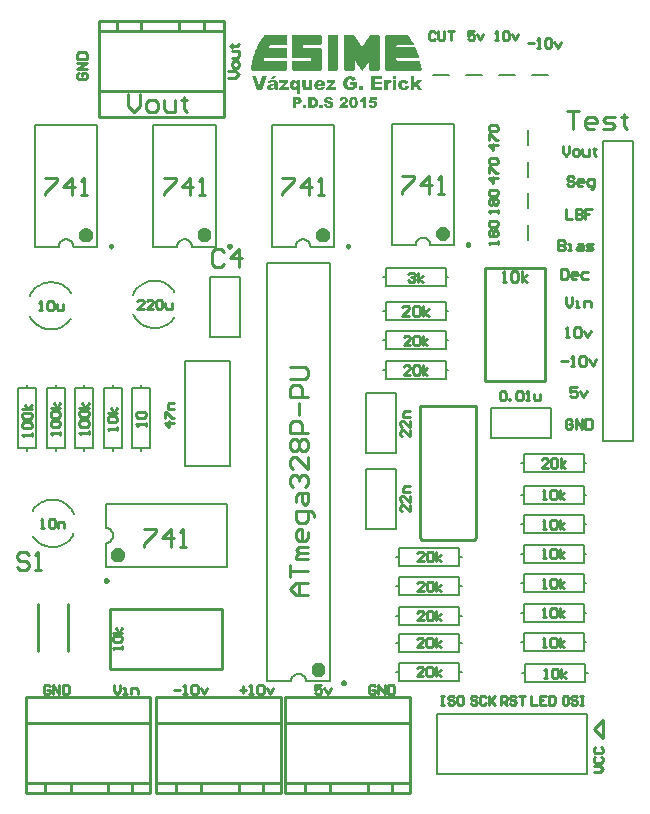
<source format=gto>
%FSTAX23Y23*%
%MOIN*%
%SFA1B1*%

%IPPOS*%
%ADD12C,0.010000*%
%ADD25C,0.023600*%
%ADD26C,0.009800*%
%ADD27C,0.007900*%
%LNaudio_adc-1*%
%LPD*%
G36*
X02082Y03372D02*
X02082D01*
X02084Y03372*
X02085Y03372*
X02087Y03371*
X02089Y03371*
X02091Y0337*
X02091*
X02091*
X02091Y0337*
X02092Y03369*
X02093Y03368*
X02094Y03368*
X02095Y03367*
X02096Y03365*
X02097Y03364*
Y03364*
X02097Y03364*
X02097Y03363*
X02097Y03363*
X02097Y03362*
X02098Y03361*
X02098Y0336*
X02098Y03358*
X02099Y03356*
X02099Y03354*
Y03352*
X02074*
Y03352*
X02075Y03352*
Y03351*
X02075Y03351*
X02075Y03349*
X02076Y03349*
X02076Y03348*
X02076Y03348*
X02076Y03348*
X02077Y03347*
X02077Y03347*
X02078Y03347*
X02079Y03346*
X02079Y03346*
X02081Y03346*
X02081*
X02081Y03346*
X02082*
X02083Y03346*
X02084Y03347*
X02084*
X02084Y03347*
X02085Y03347*
X02085Y03348*
X02086Y03349*
X02098Y03348*
Y03348*
X02098Y03347*
X02098Y03347*
X02097Y03346*
X02096Y03345*
X02095Y03344*
X02094Y03343*
X02093Y03342*
X02091Y03341*
X02091*
X02091Y03341*
X02091Y03341*
X02091Y03341*
X0209Y0334*
X0209Y0334*
X02089Y0334*
X02089Y0334*
X02088Y0334*
X02087Y03339*
X02085Y03339*
X02083Y03339*
X0208Y03339*
X02079*
X02079Y03339*
X02078*
X02077Y03339*
X02075Y03339*
X02073Y0334*
X02072Y0334*
X0207Y03341*
X0207Y03341*
X0207Y03341*
X02069Y03341*
X02068Y03342*
X02067Y03343*
X02066Y03344*
X02065Y03345*
X02064Y03346*
Y03346*
X02064Y03346*
X02064Y03347*
X02064Y03348*
X02063Y03349*
X02063Y0335*
X02062Y03352*
X02062Y03354*
Y03355*
Y03355*
Y03356*
Y03356*
Y03357*
X02062Y03357*
X02062Y03358*
X02063Y0336*
X02063Y03362*
X02064Y03364*
X02065Y03365*
X02065Y03366*
X02066Y03367*
X02067Y03367*
X02067Y03368*
X02067Y03368*
X02067Y03368*
X02068Y03368*
X02068Y03369*
X02069Y03369*
X02069Y03369*
X0207Y0337*
X02071Y0337*
X02072Y03371*
X02073Y03371*
X02074Y03371*
X02076Y03372*
X02077Y03372*
X02078Y03372*
X0208Y03372*
X02081*
X02082Y03372*
G37*
G36*
X01926D02*
X01927Y03372D01*
X01928Y03372*
X0193Y03372*
X01931Y03371*
X01931*
X01932Y03371*
X01932Y03371*
X01933Y03371*
X01934Y03371*
X01935Y0337*
X01936Y0337*
X01937Y03369*
X01937*
X01937Y03369*
X01937Y03368*
X01938Y03368*
X01938Y03367*
X01939Y03367*
X01939Y03366*
X01939Y03365*
Y03365*
X01939Y03365*
X0194Y03364*
X0194Y03363*
X0194Y03363*
X0194Y03362*
X0194Y03361*
Y0336*
Y03346*
Y03346*
Y03346*
Y03346*
Y03345*
X0194Y03344*
X0194Y03343*
Y03343*
X01941Y03343*
X01941Y03342*
X01941Y03342*
X01941Y03341*
X01941Y03341*
X01942Y0334*
X0193*
Y0334*
X0193Y0334*
X0193Y0334*
X0193Y03341*
X01929Y03341*
Y03342*
X01929Y03342*
X01929Y03343*
X01929Y03343*
X01929Y03343*
X01929Y03343*
X01928Y03343*
X01927Y03342*
X01927Y03342*
X01926Y03341*
X01925Y03341*
X01924Y0334*
X01924Y0334*
X01924*
X01923Y0334*
X01922Y03339*
X01921Y03339*
X0192Y03339*
X01918*
X01917Y03339*
X01916*
X01916Y03339*
X01915*
X01915*
X01914Y03339*
X01912Y03339*
X01911Y0334*
X01909Y03341*
X01908Y03341*
X01908Y03342*
X01908Y03342*
X01907Y03342*
X01907Y03343*
X01906Y03344*
X01906Y03345*
X01905Y03347*
X01905Y03348*
Y03348*
Y03348*
Y03349*
X01905Y03349*
X01905Y0335*
X01906Y03351*
X01906Y03352*
X01907Y03353*
X01907Y03354*
X01907Y03354*
X01908Y03354*
X01908Y03355*
X01909Y03355*
X0191Y03356*
X01911Y03356*
X01913Y03357*
X01915Y03357*
X01915*
X01915Y03357*
X01916*
X01916Y03358*
X01917Y03358*
X01917Y03358*
X01919Y03358*
X0192Y03358*
X01922Y03359*
X01923Y03359*
X01924Y03359*
X01924Y03359*
X01924*
X01924Y03359*
X01925Y0336*
X01925Y0336*
X01926Y0336*
X01927Y0336*
X01928Y03361*
Y03361*
Y03361*
X01928Y03362*
Y03362*
X01928Y03363*
X01928Y03363*
X01927Y03364*
X01927Y03364*
X01927Y03364*
X01927Y03364*
X01926Y03365*
X01926Y03365*
X01925Y03365*
X01924*
X01923Y03365*
X01922*
X01921Y03364*
X0192Y03364*
X0192Y03364*
X0192*
X01919Y03364*
X01919Y03363*
X01919Y03363*
X01919Y03363*
X01918Y03362*
X01918Y03362*
X01918Y03361*
X01906Y03362*
Y03362*
Y03363*
X01906Y03363*
X01907Y03364*
X01907Y03366*
X01908Y03366*
X01908Y03367*
X01908Y03367*
X01908Y03367*
X01908Y03368*
X01909Y03368*
X01909Y03369*
X0191Y03369*
X01911Y0337*
X01912Y0337*
Y0337*
X01912Y0337*
X01912Y0337*
X01913Y03371*
X01913Y03371*
X01914Y03371*
X01915Y03371*
X01916Y03372*
X01916*
X01917Y03372*
X01917*
X01918Y03372*
X01919Y03372*
X0192Y03372*
X01921Y03372*
X01924*
X01926Y03372*
G37*
G36*
X02111Y03315D02*
X02112D01*
X02113Y03315*
X02113*
X02114Y03315*
X02116Y03315*
X02117Y03314*
X02119Y03313*
X0212Y03313*
X0212Y03313*
X02121*
X02121Y03312*
X02121Y03312*
X02122Y03311*
X02122Y03311*
X02123Y0331*
X02124Y03308*
X02124Y03307*
X02124Y03307*
X02125Y03306*
X02125Y03305*
X02115Y03304*
Y03304*
Y03305*
X02114Y03305*
X02114Y03305*
X02114Y03306*
X02114Y03307*
X02113Y03307*
X02113Y03308*
X02113*
X02113Y03308*
X02112Y03308*
X02112Y03308*
X02111Y03308*
X02111Y03308*
X0211Y03309*
X02109Y03309*
X02109*
X02109Y03309*
X02108*
X02107Y03308*
X02107Y03308*
X02107Y03308*
X02106Y03308*
X02106Y03308*
X02106Y03307*
X02106Y03307*
X02106Y03306*
X02106Y03306*
Y03306*
X02106Y03305*
X02106Y03305*
X02106Y03305*
X02106Y03304*
X02106Y03304*
X02107Y03304*
X02107Y03304*
X02108Y03304*
X02108Y03304*
X02109Y03303*
X0211Y03303*
X0211*
X0211Y03303*
X02111Y03303*
X02111Y03303*
X02112Y03303*
X02112Y03302*
X02113Y03302*
X02114Y03302*
X02115Y03302*
X02117Y03301*
X02119Y03301*
X02119Y033*
X0212Y033*
X0212*
Y033*
X0212Y033*
X02121Y03299*
X02122Y03299*
X02122Y03298*
X02123Y03298*
X02124Y03297*
X02124Y03296*
X02125Y03296*
X02125Y03296*
X02125Y03295*
X02125Y03295*
X02125Y03294*
X02126Y03293*
X02126Y03292*
X02126Y03291*
Y03291*
Y03291*
Y03291*
Y0329*
X02126Y0329*
X02126Y03289*
X02125Y03288*
X02125Y03287*
X02125Y03286*
X02124Y03285*
Y03285*
X02124Y03284*
X02123Y03284*
X02123Y03283*
X02122Y03282*
X02121Y03282*
X0212Y03281*
X02119Y0328*
X02119*
X02118Y0328*
X02118Y0328*
X02118Y0328*
X02117Y0328*
X02116Y0328*
X02115Y03279*
X02114Y03279*
X02112Y03279*
X0211Y03279*
X0211*
X02109Y03279*
X02108Y03279*
X02107*
X02107Y03279*
X02106Y03279*
X02103Y0328*
X02101Y0328*
X02101Y03281*
X021Y03281*
X02099Y03282*
X02098Y03282*
X02098*
X02098Y03282*
X02098Y03283*
X02098Y03283*
X02097Y03283*
X02097Y03284*
X02096Y03285*
X02096Y03286*
X02095Y03287*
X02095Y03289*
X02094Y0329*
X02094Y03291*
X02105Y03292*
Y03292*
X02105Y03291*
Y03291*
X02105Y0329*
X02105Y03289*
X02106Y03288*
X02106Y03288*
Y03288*
X02106Y03288*
X02107Y03287*
X02107Y03287*
X02108Y03286*
X02109Y03286*
X0211Y03286*
X02111*
X02111*
X02111*
X02112Y03286*
X02112Y03286*
X02113Y03286*
X02114Y03287*
X02114Y03287*
X02114Y03287*
X02115Y03287*
X02115Y03288*
X02115Y03288*
X02115Y03289*
Y03289*
Y03289*
Y0329*
Y0329*
X02115Y0329*
X02115Y03291*
X02115Y03291*
X02115Y03291*
X02114Y03292*
X02114Y03292*
X02114Y03292*
X02113Y03292*
X02112Y03293*
X02111Y03293*
X0211Y03293*
X02109Y03294*
X02109Y03294*
X02109*
X02108*
X02108Y03294*
X02108*
X02107Y03294*
X02106Y03294*
X02106Y03295*
X02105Y03295*
X02103Y03296*
X02101Y03296*
X021Y03297*
X02099Y03298*
X02099Y03298*
X02098Y03298*
X02098Y03299*
X02098Y03299*
X02097Y033*
X02096Y03301*
X02096Y03302*
X02096Y03303*
Y03304*
X02096Y03305*
Y03305*
Y03305*
X02096Y03306*
X02096Y03307*
X02096Y03307*
X02096Y03308*
X02097Y03309*
X02097Y0331*
Y0331*
X02097Y0331*
X02098Y03311*
X02098Y03311*
X02099Y03312*
X021Y03313*
X02101Y03313*
X02102Y03314*
X02102*
X02102Y03314*
X02102Y03314*
X02103Y03314*
X02103Y03314*
X02104Y03314*
X02105Y03315*
X02107Y03315*
X02108Y03315*
X0211Y03315*
X02111*
X02111Y03315*
G37*
G36*
X01995Y03372D02*
X01995Y03372D01*
X01996Y03372*
X01997Y03372*
X01998Y03371*
X01999Y03371*
X01999Y03371*
X02Y0337*
X02Y0337*
X02001Y0337*
X02001Y03369*
X02002Y03368*
X02003Y03368*
X02004Y03367*
Y03371*
X02015*
Y03327*
X02003*
Y03343*
X02003Y03343*
X02003Y03342*
X02002Y03342*
X02002Y03342*
X02001Y03341*
X02Y03341*
X01999Y0334*
X01999Y0334*
X01999*
X01998Y0334*
X01998Y03339*
X01997Y03339*
X01996Y03339*
X01996Y03339*
X01995*
X01994Y03339*
X01993*
X01993Y03339*
X01992*
X01992Y03339*
X0199Y03339*
X01989Y0334*
X01987Y03341*
X01986Y03341*
X01985Y03342*
X01985Y03342*
X01984Y03343*
Y03343*
X01984Y03343*
X01984Y03343*
X01983Y03344*
X01983Y03344*
X01983Y03345*
X01982Y03345*
X01982Y03346*
X01982Y03347*
X01981Y03348*
X01981Y03349*
X01981Y0335*
X01981Y03351*
X0198Y03352*
X0198Y03354*
Y03355*
Y03355*
Y03355*
Y03355*
Y03356*
Y03356*
Y03357*
X0198Y03358*
X01981Y0336*
X01981Y03361*
X01981Y03363*
X01982Y03364*
Y03364*
Y03364*
X01982Y03365*
X01983Y03366*
X01983Y03366*
X01984Y03367*
X01985Y03368*
X01986Y03369*
X01987Y0337*
X01987Y0337*
X01987Y0337*
X01988Y03371*
X01989Y03371*
X0199Y03371*
X01991Y03372*
X01992Y03372*
X01993Y03372*
X01994*
X01995Y03372*
G37*
G36*
X02223Y0334D02*
X0221D01*
Y03352*
X02223*
Y0334*
G37*
G36*
X02288Y03374D02*
X02265D01*
Y03367*
X02287*
Y03358*
X02265*
Y0335*
X02289*
Y0334*
X02252*
Y03384*
X02288*
Y03374*
G37*
G36*
X01976Y03364D02*
X0196Y03348D01*
X01977*
Y0334*
X01945*
Y03347*
X0196Y03363*
X01946*
Y03371*
X01976*
Y03364*
G37*
G36*
X02132D02*
X02116Y03348D01*
X02133*
Y0334*
X02102*
Y03347*
X02117Y03363*
X02103*
Y03371*
X02132*
Y03364*
G37*
G36*
X02035Y0328D02*
X02025D01*
Y03289*
X02035*
Y0328*
G37*
G36*
X02059Y03314D02*
X0206D01*
X02061Y03314*
X02062Y03314*
X02063Y03314*
X02065Y03314*
X02066Y03313*
X02066*
X02066Y03313*
X02067Y03313*
X02067Y03312*
X02068Y03312*
X02069Y03311*
X0207Y0331*
X0207Y03309*
X02071Y03309*
X02071Y03309*
X02071Y03309*
X02072Y03308*
X02072Y03307*
X02073Y03306*
X02073Y03305*
X02073Y03304*
Y03304*
Y03304*
X02073Y03303*
X02074Y03303*
X02074Y03302*
X02074Y03301*
X02074Y033*
X02074Y03298*
Y03297*
Y03297*
Y03297*
Y03297*
Y03296*
Y03296*
Y03295*
X02074Y03294*
X02074Y03293*
X02074Y03291*
X02073Y0329*
X02073Y03288*
X02073Y03288*
X02073Y03288*
X02072Y03287*
X02072Y03287*
X02071Y03286*
X02071Y03285*
X0207Y03284*
X02069Y03283*
X02069*
X02069Y03283*
X02068Y03283*
X02068Y03282*
X02067Y03282*
X02066Y03281*
X02065Y03281*
X02064Y03281*
X02064*
Y0328*
X02064*
X02064Y0328*
X02063Y0328*
X02062Y0328*
X02061Y0328*
X0206Y0328*
X02059Y0328*
X02058Y0328*
X02042*
Y03315*
X02059*
X02059Y03314*
G37*
G36*
X02194Y03315D02*
X02195Y03315D01*
X02196*
X02197Y03315*
X02198Y03315*
X02199Y03314*
X02199Y03314*
X02199*
X022Y03314*
X022Y03314*
X02201Y03313*
X02202Y03313*
X02202Y03312*
X02203*
X02203Y03312*
X02203Y03311*
X02203Y03311*
X02204Y03311*
X02204Y0331*
X02205Y03309*
X02205Y03309*
X02205Y03309*
X02205Y03308*
X02205Y03308*
X02205Y03307*
X02206Y03307*
X02206Y03306*
X02206Y03305*
Y03305*
Y03305*
Y03305*
X02206Y03305*
X02206Y03304*
Y03304*
X02207Y03303*
X02207Y03302*
X02207Y033*
Y03299*
X02207Y03297*
Y03297*
Y03297*
Y03296*
X02207Y03296*
Y03295*
Y03294*
X02207Y03293*
X02207Y03292*
X02206Y0329*
X02206Y03287*
X02205Y03286*
X02205Y03285*
X02204Y03284*
X02204Y03283*
X02204Y03283*
X02204Y03283*
X02203Y03283*
X02203Y03283*
X02203Y03282*
X02202Y03282*
X02202Y03282*
X02201Y03281*
X02201Y03281*
X022Y0328*
X02199Y0328*
X02198Y0328*
X02197Y03279*
X02195Y03279*
X02194Y03279*
X02193Y03279*
X02192*
X02192Y03279*
X02191*
X0219Y03279*
X02189Y03279*
X02188Y0328*
X02187Y0328*
X02186Y0328*
X02185*
X02185Y03281*
X02185Y03281*
X02184Y03281*
X02183Y03282*
X02183Y03283*
X02182Y03284*
X02181Y03284*
Y03285*
X02181Y03285*
X02181Y03285*
X0218Y03286*
X0218Y03287*
X0218Y03288*
X02179Y03289*
X02179Y0329*
Y0329*
X02179Y0329*
X02179Y0329*
Y03291*
X02179Y03292*
X02179Y03293*
X02179Y03294*
X02179Y03296*
Y03297*
Y03297*
Y03298*
Y03298*
X02179Y03299*
Y033*
X02179Y03301*
X02179Y03302*
X02179Y03303*
X02179Y03305*
X0218Y03307*
X0218Y03308*
X02181Y03309*
X02182Y0331*
X02182Y03311*
Y03311*
X02182Y03311*
X02183Y03311*
X02183Y03312*
X02183Y03312*
X02184Y03312*
X02184Y03313*
X02185Y03313*
X02186Y03314*
X02186Y03314*
X02187Y03314*
X02188Y03315*
X02189Y03315*
X0219Y03315*
X02192Y03315*
X02193Y03315*
X02194*
X02194Y03315*
G37*
G36*
X02009Y03314D02*
X0201D01*
X0201Y03314*
X02011Y03314*
X02013Y03314*
X02014Y03313*
X02016Y03313*
X02016Y03312*
X02017Y03312*
X02017*
X02017Y03312*
X02017Y03311*
X02018Y03311*
X02018Y0331*
X02019Y03309*
X02019Y03307*
X0202Y03306*
X0202Y03305*
Y03304*
Y03304*
Y03303*
X0202Y03303*
Y03302*
Y03302*
X0202Y03301*
X02019Y03299*
X02019Y03298*
X02018Y03297*
X02017Y03296*
X02017Y03296*
X02017*
X02017Y03295*
X02016Y03295*
X02016Y03295*
X02016Y03295*
X02015Y03295*
X02015Y03294*
X02014Y03294*
X02014Y03294*
X02013Y03293*
X02012Y03293*
X02011Y03293*
X0201Y03293*
X02009Y03293*
X02008*
X02007Y03293*
X02001*
Y0328*
X0199*
Y03315*
X02009*
X02009Y03314*
G37*
G36*
X02233Y0328D02*
X02223D01*
Y03303*
X02223Y03303*
X02223Y03303*
X02222Y03302*
X02222Y03302*
X02221Y03301*
X0222Y03301*
X02219Y033*
X02218Y033*
X02218Y03299*
X02217Y03299*
X02216Y03299*
X02215Y03299*
X02214Y03298*
X02213Y03298*
Y03306*
X02213*
X02213Y03306*
X02214Y03306*
X02214Y03306*
X02215Y03306*
X02216Y03307*
X02217Y03307*
X02218Y03308*
X0222Y03309*
X02221Y03309*
X02221Y0331*
X02221Y0331*
X02222Y0331*
X02222Y03311*
X02223Y03312*
X02224Y03313*
X02224Y03314*
X02225Y03315*
X02233*
Y0328*
G37*
G36*
X02271Y03307D02*
X02255D01*
X02254Y03302*
X02254Y03302*
X02254*
X02255Y03302*
X02255Y03302*
X02256Y03302*
X02256Y03302*
X02257Y03303*
X02258Y03303*
X02258Y03303*
X02258*
X02259Y03303*
X02259Y03303*
X0226*
X02261*
X02261*
X02262*
X02262Y03303*
X02263Y03303*
X02265Y03302*
X02266Y03302*
X02268Y03301*
X02268Y033*
X02269Y033*
X02269Y033*
X02269Y033*
X02269Y03299*
X0227Y03299*
X02271Y03298*
X02271Y03297*
X02272Y03295*
X02272Y03294*
X02272Y03293*
X02272Y03292*
Y03292*
Y03292*
Y03291*
X02272Y03291*
X02272Y0329*
X02272Y03289*
X02271Y03288*
X02271Y03287*
X02271Y03285*
X0227Y03285*
X0227Y03285*
X0227Y03284*
X02269Y03284*
X02269Y03283*
X02268Y03282*
X02267Y03281*
X02266Y03281*
X02266*
X02265Y0328*
X02265Y0328*
X02265Y0328*
X02264Y0328*
X02262Y0328*
X02261Y03279*
X0226Y03279*
X02258Y03279*
X02257*
X02257Y03279*
X02256*
X02255Y03279*
X02254Y03279*
X02253Y03279*
X02252Y0328*
X02252*
X02252Y0328*
X02251Y0328*
X0225Y0328*
X0225Y0328*
X02249Y03281*
X02248Y03281*
X02248Y03282*
X02247Y03282*
X02247Y03282*
X02247Y03282*
X02246Y03283*
X02246Y03283*
X02245Y03284*
X02245Y03285*
X02245Y03285*
X02245Y03285*
X02244Y03286*
X02244Y03286*
X02244Y03287*
X02243Y03288*
X02243Y03289*
X02253Y0329*
Y0329*
Y03289*
X02253Y03289*
X02253Y03288*
X02254Y03288*
X02254Y03287*
X02254Y03287*
X02255Y03286*
X02255Y03286*
X02255Y03286*
X02255Y03285*
X02256Y03285*
X02256Y03285*
X02257Y03285*
X02258Y03285*
X02258*
X02259Y03285*
X02259Y03285*
X02259Y03285*
X0226Y03286*
X02261Y03286*
X02261Y03286*
X02261*
X02261Y03287*
X02262Y03287*
X02262Y03288*
X02262Y03288*
X02262Y03289*
X02262Y0329*
Y03291*
Y03291*
Y03292*
Y03292*
X02262Y03293*
X02262Y03294*
X02262Y03294*
X02262Y03295*
X02261Y03296*
X02261Y03296*
X02261Y03296*
X02261Y03296*
X0226Y03296*
X0226Y03297*
X02259Y03297*
X02258Y03297*
X02258Y03297*
X02257*
X02257Y03297*
X02257*
X02256Y03297*
X02255Y03297*
X02255Y03296*
X02255*
X02255*
X02254Y03296*
X02254Y03296*
X02254Y03296*
X02254Y03295*
X02253Y03295*
X02253Y03295*
X02244Y03296*
X02248Y03315*
X02271*
Y03307*
G37*
G36*
X0209Y0328D02*
X02079D01*
Y03289*
X0209*
Y0328*
G37*
G36*
X02161Y03315D02*
X02162D01*
X02163Y03315*
X02164Y03315*
X02166Y03315*
X02167Y03314*
X02168Y03314*
X02168*
X02168Y03314*
X02168Y03314*
X02169Y03313*
X0217Y03313*
X0217Y03313*
X02171Y03312*
X02172Y03311*
X02172Y0331*
X02173Y0331*
X02173Y0331*
X02173Y03309*
X02173Y03309*
X02174Y03308*
X02174Y03307*
X02174Y03306*
Y03305*
Y03305*
Y03305*
Y03304*
Y03304*
X02174Y03303*
X02174Y03302*
X02173Y03301*
X02173Y033*
X02172Y03299*
Y03299*
X02172Y03298*
X02171Y03298*
X02171Y03297*
X0217Y03296*
X02169Y03295*
X02168Y03294*
X02167Y03294*
X02166Y03293*
X02165Y03292*
X02165Y03292*
X02165Y03292*
X02165Y03292*
X02164Y03291*
X02163Y0329*
X02162Y0329*
X02162Y0329*
X02161*
X02161Y03289*
X02161Y03289*
X02161Y03289*
X0216Y03288*
X02159Y03288*
X02174*
Y0328*
X02145*
Y0328*
Y0328*
X02145Y0328*
X02145Y0328*
Y03281*
X02146Y03281*
X02146Y03282*
X02146Y03283*
X02147Y03285*
X02147Y03286*
X02148Y03288*
Y03288*
X02148Y03288*
X02149Y03288*
X02149Y03288*
X02149Y03289*
X02149Y03289*
X0215Y0329*
X0215Y0329*
X02151Y03291*
X02152Y03292*
X02153Y03292*
X02153Y03293*
X02154Y03294*
X02155Y03295*
X02157Y03296*
X02158Y03297*
X02158Y03297*
X02158*
X02158Y03297*
X02158Y03297*
X02159Y03298*
X0216Y03298*
X02161Y03299*
X02162Y033*
X02163Y03301*
X02163Y03301*
X02163Y03301*
X02163*
X02163Y03302*
X02164Y03302*
X02164Y03302*
X02164Y03303*
X02164Y03303*
X02164Y03304*
X02165Y03305*
Y03305*
Y03305*
X02164Y03305*
X02164Y03306*
X02164Y03306*
X02164Y03306*
X02164Y03307*
X02163Y03307*
X02163Y03308*
X02163Y03308*
X02162Y03308*
X02162Y03308*
X02162Y03308*
X02161Y03308*
X0216*
X0216*
X0216*
X02159Y03308*
X02159Y03308*
X02158Y03308*
X02158Y03308*
X02157Y03307*
X02157Y03307*
X02157Y03307*
X02157Y03307*
X02157Y03306*
X02156Y03306*
X02156Y03305*
X02156Y03304*
X02156Y03303*
X02146Y03304*
Y03304*
Y03304*
X02146Y03305*
X02146Y03305*
X02146Y03306*
X02147Y03307*
X02147Y03308*
X02148Y03309*
X02148Y0331*
X02148Y0331*
X02148Y03311*
X02149Y03311*
X02149Y03312*
X0215Y03312*
X02151Y03313*
X02151Y03313*
X02152Y03314*
X02152Y03314*
X02153Y03314*
X02153Y03314*
X02154Y03315*
X02155Y03315*
X02157Y03315*
X02158Y03315*
X0216Y03315*
X02161*
X02161Y03315*
G37*
G36*
X02335Y0334D02*
X02323D01*
Y03371*
X02335*
Y0334*
G37*
G36*
X0197Y0352D02*
Y03519D01*
X01971*
Y03517*
Y03516*
Y03514*
Y03513*
Y03512*
Y0351*
Y03509*
Y03507*
Y03506*
Y03505*
Y03503*
Y03502*
Y035*
Y03499*
Y03498*
Y03496*
Y03495*
Y03493*
Y03492*
X0197*
Y03491*
Y03489*
Y03488*
X01915*
Y03486*
X01914*
Y03485*
Y03484*
X01912*
Y03482*
X01911*
Y03481*
Y03479*
X0197*
Y03478*
Y03477*
X01971*
Y03475*
Y03474*
Y03472*
Y03471*
Y0347*
Y03468*
Y03467*
Y03465*
Y03464*
Y03463*
Y03461*
Y0346*
Y03458*
Y03457*
Y03456*
Y03454*
Y03453*
Y03451*
X0197*
Y0345*
Y03449*
Y03447*
X01896*
Y03446*
X01894*
Y03444*
Y03443*
X01893*
Y03442*
Y0344*
Y03439*
Y03437*
Y03436*
X0197*
Y03435*
Y03433*
Y03432*
X01971*
Y0343*
Y03429*
Y03428*
Y03426*
Y03425*
Y03423*
Y03422*
Y03421*
Y03419*
Y03418*
Y03416*
Y03415*
Y03414*
Y03412*
Y03411*
Y03409*
Y03408*
Y03407*
X0197*
Y03405*
Y03404*
X01968*
Y03402*
X01853*
Y03404*
X01852*
Y03405*
X01851*
Y03407*
Y03408*
Y03409*
Y03411*
X01852*
Y03412*
Y03414*
Y03415*
Y03416*
Y03418*
Y03419*
Y03421*
X01853*
Y03422*
Y03423*
Y03425*
Y03426*
Y03428*
X01855*
Y03429*
Y0343*
Y03432*
Y03433*
Y03435*
Y03436*
X01856*
Y03437*
Y03439*
Y0344*
X01858*
Y03442*
Y03443*
Y03444*
Y03446*
Y03447*
X01859*
Y03449*
Y0345*
Y03451*
X0186*
Y03453*
Y03454*
Y03456*
X01862*
Y03457*
Y03458*
Y0346*
X01863*
Y03461*
Y03463*
Y03464*
X01865*
Y03465*
Y03467*
Y03468*
X01866*
Y0347*
Y03471*
X01867*
Y03472*
Y03474*
X01869*
Y03475*
Y03477*
X0187*
Y03478*
Y03479*
Y03481*
X01872*
Y03482*
Y03484*
X01873*
Y03485*
Y03486*
X01875*
Y03488*
Y03489*
X01876*
Y03491*
Y03492*
X01877*
Y03493*
Y03495*
X01879*
Y03496*
Y03498*
X0188*
Y03499*
X01882*
Y035*
Y03502*
X01883*
Y03503*
X01884*
Y03505*
Y03506*
X01886*
Y03507*
Y03509*
X01887*
Y0351*
X01889*
Y03512*
Y03513*
X0189*
Y03514*
X01891*
Y03516*
Y03517*
X01893*
Y03519*
X01894*
Y0352*
X01896*
Y03521*
X0197*
Y0352*
G37*
G36*
X02086D02*
Y03519D01*
X02087*
Y03517*
Y03516*
Y03514*
Y03513*
Y03512*
Y0351*
Y03509*
Y03507*
Y03506*
Y03505*
Y03503*
Y03502*
Y035*
Y03499*
Y03498*
Y03496*
Y03495*
Y03493*
Y03492*
Y03491*
X02086*
Y03489*
X02085*
Y03488*
X02024*
Y03486*
Y03485*
Y03484*
Y03482*
Y03481*
Y03479*
X02085*
Y03478*
X02086*
Y03477*
X02087*
Y03475*
Y03474*
Y03472*
Y03471*
Y0347*
Y03468*
Y03467*
Y03465*
Y03464*
Y03463*
Y03461*
Y0346*
Y03458*
Y03457*
Y03456*
Y03454*
Y03453*
Y03451*
Y0345*
Y03449*
Y03447*
Y03446*
Y03444*
Y03443*
Y03442*
Y0344*
Y03439*
Y03437*
Y03436*
Y03435*
Y03433*
Y03432*
Y0343*
Y03429*
Y03428*
Y03426*
Y03425*
Y03423*
Y03422*
Y03421*
Y03419*
Y03418*
Y03416*
Y03415*
Y03414*
Y03412*
Y03411*
Y03409*
Y03408*
Y03407*
Y03405*
X02086*
Y03404*
X02085*
Y03402*
X01991*
Y03404*
X01989*
Y03405*
X01988*
Y03407*
Y03408*
Y03409*
Y03411*
Y03412*
Y03414*
Y03415*
Y03416*
Y03418*
Y03419*
Y03421*
Y03422*
Y03423*
Y03425*
Y03426*
Y03428*
Y03429*
Y0343*
Y03432*
Y03433*
Y03435*
X01989*
Y03436*
X02052*
Y03437*
Y03439*
Y0344*
Y03442*
Y03443*
Y03444*
Y03446*
X01989*
Y03447*
X01988*
Y03449*
Y0345*
Y03451*
Y03453*
Y03454*
Y03456*
Y03457*
Y03458*
Y0346*
Y03461*
Y03463*
Y03464*
Y03465*
Y03467*
Y03468*
Y0347*
Y03471*
Y03472*
Y03474*
Y03475*
Y03477*
Y03478*
Y03479*
Y03481*
Y03482*
Y03484*
Y03485*
Y03486*
Y03488*
Y03489*
Y03491*
Y03492*
Y03493*
Y03495*
Y03496*
Y03498*
Y03499*
Y035*
Y03502*
Y03503*
Y03505*
Y03506*
Y03507*
Y03509*
Y0351*
Y03512*
Y03513*
Y03514*
Y03516*
Y03517*
Y03519*
Y0352*
X01989*
Y03521*
X02086*
Y0352*
G37*
G36*
X02316Y03372D02*
X02316Y03372D01*
X02317Y03372*
X02318Y03371*
X02319Y03371*
X0232Y0337*
X02317Y03362*
X02317Y03362*
X02316*
X02316Y03362*
X02315Y03362*
X02314Y03362*
X02314Y03363*
X02313*
X02312Y03363*
X02312Y03362*
X02311Y03362*
X02311Y03362*
X0231Y03361*
X0231Y03361*
X02309Y0336*
X02309Y0336*
X02309Y03359*
X02309Y03359*
X02309Y03358*
X02308Y03358*
X02308Y03357*
X02308Y03356*
X02308Y03355*
X02308Y03354*
X02308Y03353*
X02308Y03352*
Y0335*
Y0334*
X02295*
Y03371*
X02307*
Y03366*
Y03366*
X02307Y03367*
X02307Y03367*
X02308Y03368*
X02309Y03369*
X0231Y0337*
X0231Y03371*
X0231Y03371*
X0231Y03371*
X02311Y03371*
X02311Y03371*
X02312Y03372*
X02313Y03372*
X02314Y03372*
X02314Y03372*
X02315*
X02316Y03372*
G37*
G36*
X02335Y03375D02*
X02323D01*
Y03384*
X02335*
Y03375*
G37*
G36*
X02184Y03384D02*
X02186D01*
X02188Y03384*
X02189Y03384*
X02191Y03383*
X02192Y03383*
X02193Y03383*
X02193*
X02193Y03383*
X02193Y03383*
X02194Y03382*
X02195Y03382*
X02196Y03381*
X02197Y03381*
X02198Y0338*
X02199Y03379*
X02199Y03379*
X02199Y03378*
X02199Y03378*
X022Y03377*
X02201Y03376*
X02201Y03375*
X02202Y03373*
X02202Y03372*
X02189Y03369*
Y0337*
X02189Y0337*
X02189Y0337*
X02189Y03371*
X02188Y03372*
X02188Y03372*
X02187Y03373*
X02186Y03373*
Y03373*
X02186Y03374*
X02186Y03374*
X02185Y03374*
X02184Y03374*
X02183Y03374*
X02183Y03375*
X02181Y03375*
X02181*
X02181Y03375*
X0218Y03374*
X02179Y03374*
X02178Y03374*
X02177Y03373*
X02175Y03373*
X02174Y03372*
X02174Y03371*
X02174Y03371*
X02173Y0337*
X02173Y03369*
X02173Y03368*
X02172Y03366*
X02172Y03364*
X02172Y03363*
Y03362*
Y03362*
Y03361*
Y03361*
X02172Y0336*
Y0336*
X02172Y03359*
X02172Y03358*
X02172Y03356*
X02173Y03354*
X02173Y03353*
X02174Y03352*
X02174Y03351*
X02174Y03351*
X02175Y03351*
X02175Y03351*
X02176Y0335*
X02177Y03349*
X02179Y03349*
X0218Y03349*
X02182Y03348*
X02183*
X02183Y03349*
X02184Y03349*
X02185Y03349*
X02186Y03349*
X02186*
X02186Y03349*
X02187Y03349*
X02188Y0335*
X02188Y0335*
X02189Y0335*
X0219Y03351*
X02191Y03351*
Y03356*
X02182*
Y03365*
X02203*
Y03346*
X02203Y03346*
X02203Y03346*
X02202Y03345*
X02202Y03345*
X02201Y03345*
X02201Y03344*
X02199Y03344*
X02198Y03343*
X02196Y03342*
X02194Y03341*
X02192Y0334*
X02192*
X02192Y0334*
X02192Y0334*
X02191Y0334*
X02191*
X0219Y0334*
X02189Y0334*
X02187Y03339*
X02186Y03339*
X02183Y03339*
X02181Y03339*
X0218*
X0218Y03339*
X02179*
X02178*
X02178Y03339*
X02177Y03339*
X02175Y03339*
X02173Y0334*
X0217Y03341*
X02168Y03341*
X02168Y03342*
X02168*
X02168Y03342*
X02167Y03343*
X02166Y03343*
X02164Y03345*
X02163Y03346*
X02162Y03348*
X02161Y03349*
Y03349*
Y0335*
X02161Y0335*
X0216Y0335*
X0216Y03351*
X0216Y03351*
X0216Y03352*
X02159Y03353*
X02159Y03355*
X02159Y03357*
X02158Y03359*
X02158Y03362*
Y03362*
Y03362*
Y03362*
X02158Y03363*
Y03363*
X02158Y03364*
X02158Y03365*
X02158Y03366*
X02159Y03368*
X02159Y0337*
X0216Y03372*
X02161Y03374*
Y03374*
X02161Y03374*
X02161Y03375*
X02162Y03375*
X02162Y03376*
X02163Y03377*
X02165Y03378*
X02166Y0338*
X02168Y03381*
X0217Y03382*
X0217*
X0217Y03382*
X0217Y03382*
X02171Y03382*
X02171Y03383*
X02172Y03383*
X02172Y03383*
X02173Y03383*
X02174Y03383*
X02175Y03384*
X02177Y03384*
X02179Y03384*
X02182Y03384*
X02184*
X02184Y03384*
G37*
G36*
X01924Y03375D02*
X01918D01*
X01923Y03384*
X01934*
X01924Y03375*
G37*
G36*
X02362Y03372D02*
X02363Y03372D01*
X02364Y03372*
X02366Y03371*
X02368Y03371*
X0237Y0337*
X02371Y0337*
X02372Y03369*
X02372*
X02372Y03369*
X02372Y03369*
X02373Y03368*
X02374Y03367*
X02375Y03366*
X02376Y03365*
X02377Y03363*
X02378Y03361*
X02366Y0336*
Y0336*
X02366Y0336*
X02366Y0336*
X02366Y03361*
X02365Y03362*
X02365Y03362*
X02364Y03363*
Y03363*
X02364Y03363*
X02364Y03363*
X02363Y03363*
X02363Y03363*
X02362Y03364*
X02361Y03364*
X0236Y03364*
X0236*
X02359Y03364*
X02359Y03363*
X02358Y03363*
X02357Y03363*
X02356Y03362*
X02355Y03362*
X02355Y03361*
X02355Y03361*
X02355Y03361*
X02355Y0336*
X02354Y03359*
X02354Y03358*
X02354Y03356*
X02354Y03355*
Y03355*
Y03354*
X02354Y03354*
X02354Y03353*
X02354Y03352*
X02354Y03351*
X02355Y0335*
X02355Y03349*
X02355Y03349*
X02356Y03349*
X02356Y03348*
X02357Y03348*
X02357Y03348*
X02358Y03347*
X02359Y03347*
X0236*
X02361*
X02361*
X02361Y03347*
X02363Y03348*
X02364Y03348*
X02364Y03348*
X02364Y03348*
X02364Y03348*
X02365Y03349*
X02365Y03349*
X02365Y0335*
X02366Y0335*
X02366Y03351*
X02367Y03352*
X02378Y03351*
X02378Y0335*
X02378Y0335*
X02378Y03349*
X02377Y03349*
X02377Y03348*
X02376Y03346*
X02376Y03345*
X02375Y03344*
Y03344*
X02375Y03344*
X02374Y03343*
X02373Y03343*
X02373Y03342*
X02372Y03342*
X02371Y03341*
X02369Y0334*
X02369Y0334*
X02369Y0334*
X02368Y0334*
X02367Y0334*
X02366Y03339*
X02364Y03339*
X02363Y03339*
X02361Y03339*
X0236*
X02359Y03339*
X02358*
X02356Y03339*
X02355Y03339*
X02354Y03339*
X02352Y0334*
X02352Y0334*
X02352Y0334*
X02351Y0334*
X0235Y03341*
X02349Y03341*
X02348Y03341*
X02347Y03342*
X02347Y03343*
X02346Y03343*
X02346Y03343*
X02346Y03344*
X02345Y03344*
X02345Y03345*
X02344Y03346*
X02343Y03347*
X02343Y03348*
X02343Y03348*
X02343Y03348*
X02342Y03349*
X02342Y0335*
X02342Y03351*
X02342Y03352*
X02342Y03354*
X02341Y03355*
Y03355*
Y03356*
Y03356*
Y03356*
X02342Y03357*
X02342Y03358*
X02342Y03359*
X02342Y03361*
X02343Y03362*
X02343Y03363*
X02343Y03364*
X02343Y03364*
X02344Y03364*
X02344Y03365*
X02344Y03366*
X02345Y03366*
X02346Y03367*
X02346Y03368*
X02347*
X02347Y03368*
X02347Y03368*
X02348Y03369*
X02348Y03369*
X02349Y0337*
X0235Y0337*
X02351Y03371*
X02351Y03371*
X02352Y03371*
X02352Y03371*
X02353Y03371*
X02355Y03372*
X02356Y03372*
X02358Y03372*
X0236Y03372*
X02361*
X02362Y03372*
G37*
G36*
X02373Y03521D02*
X02376D01*
Y0352*
Y03519*
X02377*
Y03517*
X02379*
Y03516*
Y03514*
X0238*
Y03513*
X02382*
Y03512*
Y0351*
X02383*
Y03509*
X02384*
Y03507*
Y03506*
X02386*
Y03505*
Y03503*
X02387*
Y03502*
X02389*
Y035*
Y03499*
X0239*
Y03498*
Y03496*
X02391*
Y03495*
X02393*
Y03493*
Y03492*
Y03491*
Y03489*
Y03488*
X02337*
Y03486*
X02335*
Y03485*
Y03484*
Y03482*
Y03481*
X02397*
Y03479*
X024*
Y03478*
Y03477*
X02401*
Y03475*
Y03474*
Y03472*
X02403*
Y03471*
Y0347*
X02404*
Y03468*
Y03467*
X02406*
Y03465*
Y03464*
Y03463*
X02407*
Y03461*
Y0346*
Y03458*
X02408*
Y03457*
Y03456*
Y03454*
X0241*
Y03453*
Y03451*
Y0345*
Y03449*
X02411*
Y03447*
Y03446*
X02408*
Y03444*
X02335*
Y03443*
Y03442*
Y0344*
Y03439*
X02337*
Y03437*
X02414*
Y03436*
Y03435*
X02415*
Y03433*
Y03432*
Y0343*
Y03429*
Y03428*
Y03426*
X02417*
Y03425*
Y03423*
Y03422*
Y03421*
Y03419*
X02418*
Y03418*
Y03416*
Y03415*
Y03414*
Y03412*
Y03411*
X0242*
Y03409*
Y03408*
Y03407*
Y03405*
X02418*
Y03404*
X02417*
Y03402*
X02302*
Y03404*
X023*
Y03405*
X02299*
Y03407*
Y03408*
Y03409*
Y03411*
Y03412*
Y03414*
Y03415*
Y03416*
Y03418*
Y03419*
Y03421*
Y03422*
Y03423*
Y03425*
Y03426*
Y03428*
Y03429*
Y0343*
Y03432*
Y03433*
Y03435*
Y03436*
Y03437*
Y03439*
Y0344*
Y03442*
Y03443*
Y03444*
Y03446*
Y03447*
Y03449*
Y0345*
Y03451*
Y03453*
Y03454*
Y03456*
Y03457*
Y03458*
Y0346*
Y03461*
Y03463*
Y03464*
Y03465*
Y03467*
Y03468*
Y0347*
Y03471*
Y03472*
Y03474*
Y03475*
Y03477*
Y03478*
Y03479*
Y03481*
Y03482*
Y03484*
Y03485*
Y03486*
Y03488*
Y03489*
Y03491*
Y03492*
Y03493*
Y03495*
Y03496*
Y03498*
Y03499*
Y035*
Y03502*
Y03503*
Y03505*
Y03506*
Y03507*
Y03509*
Y0351*
Y03512*
Y03513*
Y03514*
Y03516*
Y03517*
Y03519*
Y0352*
X023*
Y03521*
X02302*
Y03523*
X02373*
Y03521*
G37*
G36*
X02279Y0352D02*
X02281D01*
Y03519*
Y03517*
Y03516*
Y03514*
Y03513*
Y03512*
Y0351*
Y03509*
Y03507*
Y03506*
Y03505*
Y03503*
Y03502*
Y035*
Y03499*
Y03498*
Y03496*
Y03495*
Y03493*
Y03492*
Y03491*
Y03489*
Y03488*
Y03486*
Y03485*
Y03484*
Y03482*
Y03481*
Y03479*
Y03478*
Y03477*
Y03475*
Y03474*
Y03472*
Y03471*
Y0347*
Y03468*
Y03467*
Y03465*
Y03464*
Y03463*
Y03461*
Y0346*
Y03458*
Y03457*
Y03456*
Y03454*
Y03453*
Y03451*
Y0345*
Y03449*
Y03447*
Y03446*
Y03444*
Y03443*
Y03442*
Y0344*
Y03439*
Y03437*
Y03436*
Y03435*
Y03433*
Y03432*
Y0343*
Y03429*
Y03428*
Y03426*
Y03425*
Y03423*
Y03422*
Y03421*
Y03419*
Y03418*
Y03416*
Y03415*
Y03414*
Y03412*
Y03411*
Y03409*
Y03408*
Y03407*
Y03405*
X02279*
Y03404*
X02278*
Y03402*
X02249*
Y03404*
X02247*
Y03405*
Y03407*
X02246*
Y03408*
Y03409*
Y03411*
Y03412*
Y03414*
Y03415*
Y03416*
Y03418*
Y03419*
Y03421*
Y03422*
Y03423*
Y03425*
Y03426*
Y03428*
Y03429*
Y0343*
Y03432*
X02247*
Y03433*
X02244*
Y03432*
X02243*
Y0343*
X02242*
Y03429*
Y03428*
X0224*
Y03426*
X02239*
Y03425*
Y03423*
X02237*
Y03422*
X02236*
Y03421*
X02235*
Y03419*
Y03418*
X02233*
Y03416*
X02232*
Y03415*
Y03414*
X0223*
Y03412*
X02229*
Y03411*
Y03409*
X02228*
Y03408*
X02226*
Y03407*
Y03405*
X02225*
Y03404*
X02223*
Y03402*
X02221*
Y03404*
X02219*
Y03405*
X02218*
Y03407*
Y03408*
X02216*
Y03409*
X02215*
Y03411*
X02214*
Y03412*
Y03414*
X02212*
Y03415*
X02211*
Y03416*
Y03418*
X02209*
Y03419*
X02208*
Y03421*
Y03422*
X02207*
Y03423*
X02205*
Y03425*
Y03426*
X02204*
Y03428*
X02202*
Y03429*
Y0343*
X02201*
Y03432*
X022*
Y03433*
Y03435*
X02197*
Y03433*
Y03432*
Y0343*
Y03429*
X02198*
Y03428*
X02197*
Y03426*
Y03425*
Y03423*
Y03422*
Y03421*
Y03419*
Y03418*
Y03416*
Y03415*
Y03414*
Y03412*
Y03411*
Y03409*
Y03408*
Y03407*
Y03405*
Y03404*
X02194*
Y03402*
X02163*
Y03404*
X02162*
Y03405*
X0216*
Y03407*
Y03408*
Y03409*
Y03411*
Y03412*
Y03414*
Y03415*
Y03416*
Y03418*
Y03419*
Y03421*
Y03422*
Y03423*
Y03425*
Y03426*
Y03428*
Y03429*
Y0343*
Y03432*
Y03433*
Y03435*
Y03436*
Y03437*
Y03439*
Y0344*
Y03442*
Y03443*
Y03444*
Y03446*
Y03447*
Y03449*
Y0345*
Y03451*
Y03453*
Y03454*
Y03456*
Y03457*
Y03458*
Y0346*
Y03461*
Y03463*
Y03464*
Y03465*
Y03467*
Y03468*
Y0347*
Y03471*
Y03472*
Y03474*
Y03475*
Y03477*
Y03478*
Y03479*
Y03481*
Y03482*
Y03484*
Y03485*
Y03486*
Y03488*
Y03489*
Y03491*
Y03492*
Y03493*
Y03495*
Y03496*
Y03498*
Y03499*
Y035*
Y03502*
Y03503*
Y03505*
Y03506*
Y03507*
Y03509*
Y0351*
Y03512*
Y03513*
Y03514*
Y03516*
Y03517*
Y03519*
X02162*
Y0352*
Y03521*
X02195*
Y0352*
X02197*
Y03519*
Y03517*
X02198*
Y03516*
X022*
Y03514*
X02201*
Y03513*
Y03512*
X02202*
Y0351*
X02204*
Y03509*
Y03507*
X02205*
Y03506*
Y03505*
X02207*
Y03503*
X02208*
Y03502*
X02209*
Y035*
Y03499*
X02211*
Y03498*
X02212*
Y03496*
Y03495*
X02214*
Y03493*
X02215*
Y03492*
Y03491*
X02216*
Y03489*
X02218*
Y03488*
Y03486*
X02219*
Y03485*
X02221*
Y03484*
X02223*
Y03485*
X02225*
Y03486*
Y03488*
X02226*
Y03489*
X02228*
Y03491*
Y03492*
X02229*
Y03493*
X0223*
Y03495*
Y03496*
X02232*
Y03498*
X02233*
Y03499*
Y035*
X02235*
Y03502*
X02236*
Y03503*
Y03505*
X02237*
Y03506*
X02239*
Y03507*
Y03509*
X0224*
Y0351*
X02242*
Y03512*
Y03513*
X02243*
Y03514*
X02244*
Y03516*
Y03517*
X02246*
Y03519*
X02247*
Y0352*
Y03521*
X02279*
Y0352*
G37*
G36*
X02396Y03361D02*
X02405Y03371D01*
X0242*
X02409Y0336*
X02421Y0334*
X02407*
X02401Y03352*
X02396Y03348*
Y0334*
X02384*
Y03384*
X02396*
Y03361*
G37*
G36*
X02141Y0352D02*
Y03519D01*
Y03517*
Y03516*
Y03514*
Y03513*
Y03512*
Y0351*
Y03509*
Y03507*
Y03506*
Y03505*
Y03503*
Y03502*
Y035*
Y03499*
Y03498*
Y03496*
Y03495*
Y03493*
Y03492*
Y03491*
Y03489*
Y03488*
Y03486*
Y03485*
Y03484*
Y03482*
Y03481*
Y03479*
Y03478*
Y03477*
Y03475*
Y03474*
Y03472*
Y03471*
Y0347*
Y03468*
Y03467*
Y03465*
Y03464*
Y03463*
Y03461*
Y0346*
Y03458*
Y03457*
Y03456*
Y03454*
Y03453*
Y03451*
Y0345*
Y03449*
Y03447*
Y03446*
Y03444*
Y03443*
Y03442*
Y0344*
Y03439*
Y03437*
Y03436*
Y03435*
Y03433*
Y03432*
Y0343*
Y03429*
Y03428*
Y03426*
Y03425*
Y03423*
Y03422*
Y03421*
Y03419*
Y03418*
Y03416*
Y03415*
Y03414*
Y03412*
Y03411*
Y03409*
Y03408*
Y03407*
Y03405*
Y03404*
X02139*
Y03402*
X02108*
Y03404*
X02107*
Y03405*
X02106*
Y03407*
X02107*
Y03408*
Y03409*
Y03411*
Y03412*
Y03414*
Y03415*
Y03416*
Y03418*
Y03419*
Y03421*
Y03422*
Y03423*
Y03425*
Y03426*
Y03428*
Y03429*
Y0343*
Y03432*
Y03433*
Y03435*
Y03436*
Y03437*
Y03439*
Y0344*
Y03442*
Y03443*
Y03444*
Y03446*
Y03447*
Y03449*
Y0345*
Y03451*
Y03453*
Y03454*
Y03456*
Y03457*
Y03458*
Y0346*
Y03461*
Y03463*
Y03464*
Y03465*
Y03467*
Y03468*
Y0347*
Y03471*
Y03472*
Y03474*
Y03475*
Y03477*
Y03478*
Y03479*
Y03481*
Y03482*
Y03484*
Y03485*
Y03486*
Y03488*
Y03489*
Y03491*
Y03492*
Y03493*
Y03495*
Y03496*
Y03498*
Y03499*
Y035*
Y03502*
Y03503*
Y03505*
Y03506*
Y03507*
Y03509*
Y0351*
Y03512*
Y03513*
Y03514*
Y03516*
Y03517*
Y03519*
Y0352*
Y03521*
X02141*
Y0352*
G37*
G36*
X01887Y0334D02*
X01872D01*
X01855Y03384*
X01869*
X01879Y03352*
X01889Y03384*
X01903*
X01887Y0334*
G37*
G36*
X02056D02*
X02045D01*
Y03345*
X02045Y03344*
X02044Y03344*
X02044Y03344*
X02043Y03343*
X02042Y03342*
X02041Y03341*
X02041Y03341*
X0204Y0334*
X02039Y0334*
X02039Y0334*
X02039Y0334*
X02038Y03339*
X02037Y03339*
X02036Y03339*
X02035Y03339*
X02033Y03339*
X02033*
X02032Y03339*
X02031*
X0203Y03339*
X02029Y0334*
X02028Y0334*
X02026Y03341*
X02025Y03342*
X02025Y03342*
X02025Y03342*
X02024Y03343*
X02024Y03344*
X02023Y03345*
X02023Y03347*
X02023Y03349*
X02022Y03351*
Y03371*
X02035*
Y03354*
Y03354*
Y03353*
Y03353*
X02035Y03352*
X02035Y03351*
X02035Y0335*
X02036Y0335*
Y03349*
X02036Y03349*
X02036Y03349*
X02037Y03349*
X02037Y03349*
X02038Y03349*
X02038Y03348*
X02039Y03348*
X02039*
X0204Y03348*
X0204Y03349*
X02041Y03349*
X02041Y03349*
X02042Y03349*
X02042Y0335*
X02043Y0335*
X02043Y0335*
X02043Y03351*
X02043Y03351*
X02044Y03352*
X02044Y03353*
X02044Y03355*
X02044Y03356*
Y03371*
X02056*
Y0334*
G37*
%LNaudio_adc-2*%
%LPC*%
G36*
X0208Y03365D02*
X0208D01*
X02079Y03365*
X02079Y03365*
X02078Y03364*
X02077Y03364*
X02076Y03363*
X02076Y03363*
X02076Y03362*
Y03362*
X02075Y03362*
X02075Y03361*
X02075Y03361*
X02075Y0336*
X02075Y03359*
X02074Y03358*
X02086*
Y03358*
X02086Y03359*
X02086Y03359*
X02086Y0336*
X02086Y03361*
X02085Y03362*
X02085Y03363*
X02084Y03363*
Y03363*
X02084Y03364*
X02084Y03364*
X02083Y03364*
X02083Y03364*
X02082Y03365*
X02081Y03365*
X0208Y03365*
G37*
G36*
X01997Y03363D02*
X01997D01*
X01997Y03363*
X01996Y03363*
X01996Y03363*
X01995Y03362*
X01994Y03362*
X01994Y03361*
X01994*
X01994Y03361*
X01993Y03361*
X01993Y0336*
X01993Y03359*
X01993Y03358*
X01992Y03357*
X01992Y03355*
Y03355*
Y03355*
X01992Y03354*
X01993Y03353*
X01993Y03352*
X01993Y03351*
X01993Y0335*
X01994Y0335*
Y0335*
X01994Y03349*
X01994Y03349*
X01995Y03349*
X01995Y03348*
X01996Y03348*
X01997Y03348*
X01997Y03348*
X01998*
X01998Y03348*
X01999Y03348*
X01999Y03348*
X02Y03349*
X02001Y03349*
X02001Y0335*
X02001Y0335*
X02002Y0335*
X02002Y0335*
X02002Y03351*
X02002Y03352*
X02003Y03353*
X02003Y03354*
X02003Y03355*
Y03355*
Y03356*
Y03356*
X02003Y03357*
X02003Y03358*
X02003Y03359*
X02002Y0336*
X02002Y03361*
X02001Y03361*
X02001Y03361*
X02001Y03362*
X02001Y03362*
X02Y03362*
X02Y03363*
X01999Y03363*
X01998Y03363*
X01997Y03363*
G37*
G36*
X01928Y03355D02*
X01928D01*
X01928Y03354*
X01927Y03354*
X01927Y03354*
X01926Y03354*
X01925Y03354*
X01923Y03353*
X01923Y03353*
X01922Y03353*
X01922Y03353*
X01921Y03352*
X0192Y03352*
X0192Y03352*
X01919Y03351*
X01918Y03351*
Y03351*
X01918*
X01918Y0335*
X01918Y0335*
Y03349*
X01917Y03349*
Y03349*
X01918Y03348*
Y03348*
X01918Y03347*
X01918Y03347*
X01918Y03346*
X01918*
X01919Y03346*
X01919Y03346*
X01919Y03346*
X0192Y03346*
X0192Y03346*
X01921Y03346*
X01922*
X01922Y03346*
X01923*
X01924Y03346*
X01924Y03346*
X01925Y03347*
X01925*
X01925Y03347*
X01926Y03347*
X01926Y03347*
X01927Y03348*
X01927Y03348*
X01928Y03349*
Y03349*
X01928Y03349*
X01928Y0335*
X01928Y0335*
X01928Y0335*
X01928Y03351*
X01928Y03352*
Y03353*
Y03355*
G37*
G36*
X02193Y03309D02*
X02193D01*
X02192*
X02192Y03309*
X02191Y03308*
X02191Y03308*
X0219Y03308*
X0219Y03307*
X02189Y03306*
X02189Y03306*
Y03306*
X02189Y03305*
X02189Y03305*
X02189Y03305*
X02189Y03304*
X02189Y03304*
X02188Y03303*
Y03302*
X02188Y03301*
Y033*
Y03299*
X02188Y03298*
Y03297*
Y03297*
Y03297*
Y03296*
X02188Y03296*
Y03295*
Y03294*
X02188Y03292*
X02189Y0329*
X02189Y0329*
X02189Y03289*
X02189Y03289*
X02189Y03288*
X02189Y03288*
X0219Y03288*
X0219Y03287*
X0219Y03287*
X02191Y03286*
X02191Y03286*
X02192Y03286*
X02193Y03286*
X02193*
X02193*
X02194Y03286*
X02194Y03286*
X02194Y03286*
X02195Y03286*
X02195Y03287*
X02195Y03287*
X02196Y03287*
X02196Y03287*
X02196Y03288*
X02196Y03288*
X02197Y03289*
X02197Y0329*
Y0329*
Y0329*
X02197Y03291*
Y03292*
X02197Y03293*
Y03294*
X02197Y03295*
Y03297*
Y03297*
Y03298*
Y03298*
X02197Y03299*
Y03299*
Y03301*
X02197Y03302*
X02197Y03304*
X02197Y03305*
X02197Y03305*
X02196Y03306*
X02196Y03306*
X02196Y03306*
X02196Y03307*
X02196Y03307*
X02195Y03307*
X02195Y03308*
X02194Y03308*
X02193Y03309*
X02193Y03309*
G37*
G36*
X02056Y03307D02*
X02053D01*
Y03288*
X02056*
X02057*
X02057*
X02059Y03288*
X0206Y03288*
X0206Y03288*
X0206Y03288*
X02061*
X02061Y03289*
X02061Y03289*
X02061Y03289*
X02062Y0329*
X02062Y0329*
X02062Y03291*
X02063Y03291*
X02063Y03291*
X02063Y03292*
X02063Y03292*
X02063Y03293*
X02063Y03294*
Y03295*
X02063Y03297*
Y03297*
Y03297*
Y03298*
X02063Y03298*
Y03299*
X02063Y033*
X02063Y03301*
X02063Y03302*
X02062Y03304*
X02062Y03304*
X02061Y03305*
X02061Y03305*
X02061Y03305*
X0206Y03306*
X02059Y03306*
X02058Y03306*
X02057Y03307*
X02056*
G37*
G36*
X02004Y03307D02*
X02001D01*
Y033*
X02004*
X02005*
X02006Y033*
X02006Y033*
X02007Y033*
X02008Y033*
X02008Y03301*
X02008Y03301*
X02008Y03301*
X02009Y03301*
X02009Y03301*
X02009Y03302*
X02009Y03302*
X02009Y03303*
Y03303*
Y03304*
Y03304*
Y03304*
X02009Y03304*
X02009Y03305*
X02009Y03305*
X02009Y03306*
X02008Y03306*
X02008Y03306*
X02008Y03306*
X02008Y03307*
X02007Y03307*
X02007Y03307*
X02006Y03307*
X02005Y03307*
X02004*
G37*
%LNaudio_adc-3*%
%LPD*%
G54D12*
X01345Y03535D02*
X0176D01*
X01345Y0325D02*
Y0357D01*
X0176*
Y0325D02*
Y0357D01*
X01345Y0325D02*
X0176D01*
X01405Y03535D02*
Y0357D01*
Y03535D02*
X0148D01*
X01485Y0354*
Y0357*
X0161Y03535D02*
Y03565D01*
Y03535D02*
X0169D01*
X01695Y0354*
Y0357*
X01345Y03335D02*
X0176D01*
X01965Y0103D02*
X0238D01*
Y00995D02*
Y01315D01*
X01965Y00995D02*
X0238D01*
X01965D02*
Y01315D01*
X0238*
X0232Y00995D02*
Y0103D01*
X02245D02*
X0232D01*
X0224Y01025D02*
X02245Y0103D01*
X0224Y00995D02*
Y01025D01*
X02115Y01D02*
Y0103D01*
X02035D02*
X02115D01*
X0203Y01025D02*
X02035Y0103D01*
X0203Y00995D02*
Y01025D01*
X01965Y0123D02*
X0238D01*
X01535Y0103D02*
X0195D01*
Y00995D02*
Y01315D01*
X01535Y00995D02*
X0195D01*
X01535D02*
Y01315D01*
X0195*
X0189Y00995D02*
Y0103D01*
X01815D02*
X0189D01*
X0181Y01025D02*
X01815Y0103D01*
X0181Y00995D02*
Y01025D01*
X01685Y01D02*
Y0103D01*
X01605D02*
X01685D01*
X016Y01025D02*
X01605Y0103D01*
X016Y00995D02*
Y01025D01*
X01535Y0123D02*
X0195D01*
X011Y0103D02*
X01515D01*
Y00995D02*
Y01315D01*
X011Y00995D02*
X01515D01*
X011D02*
Y01315D01*
X01515*
X01455Y00995D02*
Y0103D01*
X0138D02*
X01455D01*
X01375Y01025D02*
X0138Y0103D01*
X01375Y00995D02*
Y01025D01*
X0125Y01D02*
Y0103D01*
X0117D02*
X0125D01*
X01165Y01025D02*
X0117Y0103D01*
X01165Y00995D02*
Y01025D01*
X011Y0123D02*
X01515D01*
X02995Y0121D02*
X03025Y0118D01*
X02995Y0121D02*
X03025Y0124D01*
Y0118D02*
Y0124D01*
X0263Y0237D02*
X0283D01*
X0263D02*
Y02745D01*
X0283*
Y0237D02*
Y02745D01*
X01755Y0141D02*
Y0161D01*
X0138Y0141D02*
X01755D01*
X0138D02*
Y0161D01*
X01755*
X026Y01845D02*
Y02285D01*
X02595Y0184D02*
X026Y01845D01*
X0242Y0184D02*
X02595D01*
X02415Y01845D02*
X0242Y0184D01*
X02415Y02285D02*
X026D01*
X02415Y01845D02*
Y02285D01*
X0114Y0147D02*
Y01625D01*
X0124Y0147D02*
Y01625D01*
X02675Y0293D02*
Y0294D01*
Y02935*
X02644*
X02649Y0293*
Y02955D02*
X02644Y02961D01*
Y02971*
X02649Y02976*
X02654*
X02659Y02971*
X02664Y02976*
X02669*
X02675Y02971*
Y02961*
X02669Y02955*
X02664*
X02659Y02961*
X02654Y02955*
X02649*
X02659Y02961D02*
Y02971D01*
X02649Y02986D02*
X02644Y02992D01*
Y03002*
X02649Y03007*
X02669*
X02675Y03002*
Y02992*
X02669Y02986*
X02649*
X02675Y03045D02*
X02644D01*
X02659Y0303*
Y0305*
X02644Y03061D02*
Y03081D01*
X02649*
X02669Y03061*
X02675*
X02649Y03092D02*
X02644Y03097D01*
Y03107*
X02649Y03112*
X02669*
X02675Y03107*
Y03097*
X02669Y03092*
X02649*
X02675Y03155D02*
X02644D01*
X02659Y0314*
Y0316*
X02644Y03171D02*
Y03191D01*
X02649*
X02669Y03171*
X02675*
X02649Y03202D02*
X02644Y03207D01*
Y03217*
X02649Y03222*
X02669*
X02675Y03217*
Y03207*
X02669Y03202*
X02649*
X02595Y03536D02*
X02575D01*
Y0352*
X02585Y03525*
X0259*
X02595Y0352*
Y0351*
X0259Y03505*
X0258*
X02575Y0351*
X02606Y03525D02*
X02616Y03505D01*
X02626Y03525*
X02665Y03505D02*
X02675D01*
X0267*
Y03536*
X02665Y0353*
X0269D02*
X02696Y03536D01*
X02706*
X02711Y0353*
Y0351*
X02706Y03505*
X02696*
X0269Y0351*
Y0353*
X02721Y03525D02*
X02732Y03505D01*
X02742Y03525*
X02775Y03495D02*
X02795D01*
X02806Y0348D02*
X02816D01*
X02811*
Y03511*
X02806Y03505*
X02831D02*
X02837Y03511D01*
X02847*
X02852Y03505*
Y03485*
X02847Y0348*
X02837*
X02831Y03485*
Y03505*
X02862Y035D02*
X02873Y0348D01*
X02883Y035*
X01166Y03047D02*
X01205D01*
Y03037*
X01166Y02997*
Y02988*
X01254D02*
Y03047D01*
X01225Y03017*
X01264*
X01284Y02988D02*
X01303D01*
X01293*
Y03047*
X01284Y03037*
X0144Y03325D02*
Y03285D01*
X0146Y03265*
X0148Y03285*
Y03325*
X0151Y03265D02*
X0153D01*
X0154Y03275*
Y03295*
X0153Y03305*
X0151*
X015Y03295*
Y03275*
X0151Y03265*
X0156Y03305D02*
Y03275D01*
X0157Y03265*
X01599*
Y03305*
X01629Y03315D02*
Y03305D01*
X01619*
X01639*
X01629*
Y03275*
X01639Y03265*
X01395Y01356D02*
Y01335D01*
X01405Y01325*
X01416Y01335*
Y01356*
X01426Y01325D02*
X01437D01*
X01431*
Y01346*
X01426*
X01452Y01325D02*
Y01346D01*
X01468*
X01473Y0134*
Y01325*
X02905Y0327D02*
X02945D01*
X02925*
Y0321*
X02995D02*
X02975D01*
X02965Y0322*
Y0324*
X02975Y0325*
X02995*
X03005Y0324*
Y0323*
X02965*
X03025Y0321D02*
X03055D01*
X03064Y0322*
X03055Y0323*
X03035*
X03025Y0324*
X03035Y0325*
X03064*
X03094Y0326D02*
Y0325D01*
X03084*
X03104*
X03094*
Y0322*
X03104Y0321*
X02675Y02825D02*
Y02835D01*
Y0283*
X02643*
X02648Y02825*
Y02851D02*
X02643Y02856D01*
Y02867*
X02648Y02872*
X02654*
X02659Y02867*
X02664Y02872*
X02669*
X02675Y02867*
Y02856*
X02669Y02851*
X02664*
X02659Y02856*
X02654Y02851*
X02648*
X02659Y02856D02*
Y02867D01*
X02648Y02882D02*
X02643Y02888D01*
Y02898*
X02648Y02903*
X02669*
X02675Y02898*
Y02888*
X02669Y02882*
X02648*
X01146Y02604D02*
X01156D01*
X01151*
Y02635*
X01146Y0263*
X01172D02*
X01177Y02635D01*
X01188*
X01193Y0263*
Y02609*
X01188Y02604*
X01177*
X01172Y02609*
Y0263*
X01203Y02625D02*
Y02609D01*
X01209Y02604*
X01224*
Y02625*
X01595Y0223D02*
X01564D01*
X01579Y02215*
Y02235*
X01564Y02246D02*
Y02266D01*
X01569*
X01589Y02246*
X01595*
Y02277D02*
X01574D01*
Y02292*
X01579Y02297*
X01595*
X01761Y02799D02*
X01751Y02809D01*
X01731*
X01721Y02799*
Y02759*
X01731Y02749*
X01751*
X01761Y02759*
X01811Y02749D02*
Y02809D01*
X01781Y02779*
X01821*
X0238Y01956D02*
Y01935D01*
X02359Y01956*
X02353*
X02348Y0195*
Y0194*
X02353Y01935*
X0238Y01987D02*
Y01966D01*
X02359Y01987*
X02353*
X02348Y01982*
Y01971*
X02353Y01966*
X0238Y01998D02*
X02359D01*
Y02013*
X02364Y02019*
X0238*
Y02206D02*
Y02185D01*
X02359Y02206*
X02353*
X02348Y022*
Y0219*
X02353Y02185*
X0238Y02237D02*
Y02216D01*
X02359Y02237*
X02353*
X02348Y02232*
Y02221*
X02353Y02216*
X0238Y02248D02*
X02359D01*
Y02263*
X02364Y02269*
X0238*
X01151Y01879D02*
X01161D01*
X01156*
Y0191*
X01151Y01905*
X01177D02*
X01182Y0191D01*
X01193*
X01198Y01905*
Y01884*
X01193Y01879*
X01182*
X01177Y01884*
Y01905*
X01208Y01879D02*
Y019D01*
X01224*
X01229Y01894*
Y01879*
X01493Y02609D02*
X01472D01*
X01493Y0263*
Y02635*
X01487Y0264*
X01477*
X01472Y02635*
X01524Y02609D02*
X01503D01*
X01524Y0263*
Y02635*
X01519Y0264*
X01508*
X01503Y02635*
X01535D02*
X0154Y0264D01*
X0155*
X01556Y02635*
Y02614*
X0155Y02609*
X0154*
X01535Y02614*
Y02635*
X01566Y0263D02*
Y02614D01*
X01571Y02609*
X01587*
Y0263*
X0112Y02185D02*
Y02195D01*
Y0219*
X01088*
X01093Y02185*
Y02211D02*
X01088Y02216D01*
Y02227*
X01093Y02232*
X01114*
X0112Y02227*
Y02216*
X01114Y02211*
X01093*
Y02242D02*
X01088Y02248D01*
Y02258*
X01093Y02263*
X01114*
X0112Y02258*
Y02248*
X01114Y02242*
X01093*
X0112Y02274D02*
X01088D01*
X01109D02*
X01099Y0229D01*
X01109Y02274D02*
X0112Y0229D01*
X01215Y0219D02*
Y022D01*
Y02195*
X01183*
X01188Y0219*
Y02216D02*
X01183Y02221D01*
Y02232*
X01188Y02237*
X01209*
X01215Y02232*
Y02221*
X01209Y02216*
X01188*
Y02247D02*
X01183Y02253D01*
Y02263*
X01188Y02268*
X01209*
X01215Y02263*
Y02253*
X01209Y02247*
X01188*
X01215Y02279D02*
X01183D01*
X01204D02*
X01194Y02295D01*
X01204Y02279D02*
X01215Y02295D01*
X0131Y02191D02*
Y02201D01*
Y02196*
X01278*
X01283Y02191*
Y02217D02*
X01278Y02222D01*
Y02233*
X01283Y02238*
X01304*
X0131Y02233*
Y02222*
X01304Y02217*
X01283*
Y02248D02*
X01278Y02254D01*
Y02264*
X01283Y02269*
X01304*
X0131Y02264*
Y02254*
X01304Y02248*
X01283*
X0131Y0228D02*
X01278D01*
X01299D02*
X01289Y02296D01*
X01299Y0228D02*
X0131Y02296D01*
X02427Y01669D02*
X02406D01*
X02427Y0169*
Y01695*
X02421Y017*
X02411*
X02406Y01695*
X02437D02*
X02442Y017D01*
X02453*
X02458Y01695*
Y01674*
X02453Y01669*
X02442*
X02437Y01674*
Y01695*
X02469Y01669D02*
Y017D01*
Y01679D02*
X02484Y0169D01*
X02469Y01679D02*
X02484Y01669D01*
X02427Y01768D02*
X02406D01*
X02427Y01789*
Y01794*
X02421Y01799*
X02411*
X02406Y01794*
X02437D02*
X02442Y01799D01*
X02453*
X02458Y01794*
Y01773*
X02453Y01768*
X02442*
X02437Y01773*
Y01794*
X02469Y01768D02*
Y01799D01*
Y01778D02*
X02484Y01789D01*
X02469Y01778D02*
X02484Y01768D01*
X02382Y0239D02*
X02361D01*
X02382Y02411*
Y02416*
X02376Y02421*
X02366*
X02361Y02416*
X02392D02*
X02397Y02421D01*
X02408*
X02413Y02416*
Y02395*
X02408Y0239*
X02397*
X02392Y02395*
Y02416*
X02424Y0239D02*
Y02421D01*
Y024D02*
X02439Y02411D01*
X02424Y024D02*
X02439Y0239D01*
X02382Y02488D02*
X02361D01*
X02382Y02509*
Y02514*
X02376Y02519*
X02366*
X02361Y02514*
X02392D02*
X02397Y02519D01*
X02408*
X02413Y02514*
Y02493*
X02408Y02488*
X02397*
X02392Y02493*
Y02514*
X02424Y02488D02*
Y02519D01*
Y02498D02*
X02439Y02509D01*
X02424Y02498D02*
X02439Y02488D01*
X02379Y02585D02*
X02356D01*
X02379Y02608*
Y02614*
X02373Y0262*
X02361*
X02356Y02614*
X02391D02*
X02397Y0262D01*
X02409*
X02415Y02614*
Y0259*
X02409Y02585*
X02397*
X02391Y0259*
Y02614*
X02426Y02585D02*
Y0262D01*
Y02596D02*
X02444Y02608D01*
X02426Y02596D02*
X02444Y02585D01*
X02823Y01679D02*
X02833D01*
X02828*
Y0171*
X02823Y01705*
X02849D02*
X02854Y0171D01*
X02865*
X0287Y01705*
Y01684*
X02865Y01679*
X02854*
X02849Y01684*
Y01705*
X0288Y01679D02*
Y0171D01*
Y01689D02*
X02896Y017D01*
X0288Y01689D02*
X02896Y01679D01*
X02823Y01778D02*
X02833D01*
X02828*
Y01809*
X02823Y01804*
X02849D02*
X02854Y01809D01*
X02865*
X0287Y01804*
Y01783*
X02865Y01778*
X02854*
X02849Y01783*
Y01804*
X0288Y01778D02*
Y01809D01*
Y01788D02*
X02896Y01799D01*
X0288Y01788D02*
X02896Y01778D01*
X02823Y01876D02*
X02833D01*
X02828*
Y01907*
X02823Y01902*
X02849D02*
X02854Y01907D01*
X02865*
X0287Y01902*
Y01881*
X02865Y01876*
X02854*
X02849Y01881*
Y01902*
X0288Y01876D02*
Y01907D01*
Y01886D02*
X02896Y01897D01*
X0288Y01886D02*
X02896Y01876D01*
X02823Y01975D02*
X02833D01*
X02828*
Y02006*
X02823Y02001*
X02849D02*
X02854Y02006D01*
X02865*
X0287Y02001*
Y0198*
X02865Y01975*
X02854*
X02849Y0198*
Y02001*
X0288Y01975D02*
Y02006D01*
Y01985D02*
X02896Y01996D01*
X0288Y01985D02*
X02896Y01975D01*
X02841Y0208D02*
X0282D01*
X02841Y02101*
Y02106*
X02835Y02111*
X02825*
X0282Y02106*
X02851D02*
X02856Y02111D01*
X02867*
X02872Y02106*
Y02085*
X02867Y0208*
X02856*
X02851Y02085*
Y02106*
X02883Y0208D02*
Y02111D01*
Y0209D02*
X02898Y02101D01*
X02883Y0209D02*
X02898Y0208D01*
X015Y0222D02*
Y0223D01*
Y02225*
X01468*
X01473Y0222*
Y02246D02*
X01468Y02251D01*
Y02262*
X01473Y02267*
X01494*
X015Y02262*
Y02251*
X01494Y02246*
X01473*
X01405Y02205D02*
Y02215D01*
Y0221*
X01373*
X01378Y02205*
Y02231D02*
X01373Y02236D01*
Y02247*
X01378Y02252*
X01399*
X01405Y02247*
Y02236*
X01399Y02231*
X01378*
X01405Y02262D02*
X01373D01*
X01394D02*
X01384Y02278D01*
X01394Y02262D02*
X01405Y02278D01*
X02465Y0353D02*
X0246Y03536D01*
X0245*
X02445Y0353*
Y0351*
X0245Y03505*
X0246*
X02465Y0351*
X02476Y03536D02*
Y0351D01*
X02481Y03505*
X02491*
X02496Y0351*
Y03536*
X02507D02*
X02527D01*
X02517*
Y03505*
X0268Y0233D02*
X02685Y02336D01*
X02695*
X027Y0233*
Y0231*
X02695Y02305*
X02685*
X0268Y0231*
Y0233*
X02711Y02305D02*
Y0231D01*
X02716*
Y02305*
X02711*
X02736Y0233D02*
X02742Y02336D01*
X02752*
X02757Y0233*
Y0231*
X02752Y02305*
X02742*
X02736Y0231*
Y0233*
X02767Y02305D02*
X02778D01*
X02773*
Y02336*
X02767Y0233*
X02793Y02325D02*
Y0231D01*
X02798Y02305*
X02814*
Y02325*
X01495Y01875D02*
X01535D01*
Y01865*
X01495Y01825*
Y01815*
X01585D02*
Y01875D01*
X01555Y01845*
X01595*
X01615Y01815D02*
X01635D01*
X01625*
Y01875*
X01615Y01865*
X01956Y03047D02*
X01995D01*
Y03037*
X01956Y02997*
Y02988*
X02044D02*
Y03047D01*
X02015Y03017*
X02054*
X02074Y02988D02*
X02093D01*
X02083*
Y03047*
X02074Y03037*
X02355Y03053D02*
X02395D01*
Y03043*
X02355Y03003*
Y02993*
X02445D02*
Y03053D01*
X02415Y03023*
X02455*
X02475Y02993D02*
X02495D01*
X02485*
Y03053*
X02475Y03043*
X01561Y03047D02*
X016D01*
Y03037*
X01561Y02997*
Y02988*
X01649D02*
Y03047D01*
X0162Y03017*
X01659*
X01679Y02988D02*
X01698D01*
X01688*
Y03047*
X01679Y03037*
X02426Y01385D02*
X02405D01*
X02426Y01406*
Y01411*
X0242Y01416*
X0241*
X02405Y01411*
X02436D02*
X02441Y01416D01*
X02452*
X02457Y01411*
Y0139*
X02452Y01385*
X02441*
X02436Y0139*
Y01411*
X02468Y01385D02*
Y01416D01*
Y01395D02*
X02483Y01406D01*
X02468Y01395D02*
X02483Y01385D01*
X02426Y01481D02*
X02405D01*
X02426Y01502*
Y01508*
X0242Y01513*
X0241*
X02405Y01508*
X02436D02*
X02441Y01513D01*
X02452*
X02457Y01508*
Y01487*
X02452Y01481*
X02441*
X02436Y01487*
Y01508*
X02468Y01481D02*
Y01513D01*
Y01492D02*
X02483Y01502D01*
X02468Y01492D02*
X02483Y01481D01*
X02427Y01571D02*
X02406D01*
X02427Y01592*
Y01597*
X02421Y01602*
X02411*
X02406Y01597*
X02437D02*
X02442Y01602D01*
X02453*
X02458Y01597*
Y01576*
X02453Y01571*
X02442*
X02437Y01576*
Y01597*
X02469Y01571D02*
Y01602D01*
Y01581D02*
X02484Y01592D01*
X02469Y01581D02*
X02484Y01571D01*
X02828Y01379D02*
X02838D01*
X02833*
Y0141*
X02828Y01405*
X02854D02*
X02859Y0141D01*
X0287*
X02875Y01405*
Y01384*
X0287Y01379*
X02859*
X02854Y01384*
Y01405*
X02885Y01379D02*
Y0141D01*
Y01389D02*
X02901Y014D01*
X02885Y01389D02*
X02901Y01379D01*
X02823Y01482D02*
X02833D01*
X02828*
Y01513*
X02823Y01508*
X02849D02*
X02854Y01513D01*
X02865*
X0287Y01508*
Y01487*
X02865Y01482*
X02854*
X02849Y01487*
Y01508*
X0288Y01482D02*
Y01513D01*
Y01492D02*
X02896Y01503D01*
X0288Y01492D02*
X02896Y01482D01*
X02823Y01581D02*
X02833D01*
X02828*
Y01612*
X02823Y01607*
X02849D02*
X02854Y01612D01*
X02865*
X0287Y01607*
Y01586*
X02865Y01581*
X02854*
X02849Y01586*
Y01607*
X0288Y01581D02*
Y01612D01*
Y01591D02*
X02896Y01602D01*
X0288Y01591D02*
X02896Y01581D01*
X02376Y02725D02*
X02381Y0273D01*
X02391*
X02397Y02725*
Y0272*
X02391Y02714*
X02386*
X02391*
X02397Y02709*
Y02704*
X02391Y02699*
X02381*
X02376Y02704*
X02407Y02699D02*
Y0273D01*
Y02709D02*
X02423Y0272D01*
X02407Y02709D02*
X02423Y02699D01*
X0204Y01655D02*
X02D01*
X0198Y01675*
X02Y01695*
X0204*
X0201*
Y01655*
X0198Y01715D02*
Y01755D01*
Y01735*
X0204*
Y01775D02*
X02D01*
Y01785*
X0201Y01795*
X0204*
X0201*
X02Y01805*
X0201Y01814*
X0204*
Y01864D02*
Y01844D01*
X0203Y01834*
X0201*
X02Y01844*
Y01864*
X0201Y01874*
X0202*
Y01834*
X0206Y01914D02*
Y01924D01*
X0205Y01934*
X02*
Y01904*
X0201Y01894*
X0203*
X0204Y01904*
Y01934*
X02Y01964D02*
Y01984D01*
X0201Y01994*
X0204*
Y01964*
X0203Y01954*
X0202Y01964*
Y01994*
X0199Y02014D02*
X0198Y02024D01*
Y02044*
X0199Y02054*
X02*
X0201Y02044*
Y02034*
Y02044*
X0202Y02054*
X0203*
X0204Y02044*
Y02024*
X0203Y02014*
X0204Y02114D02*
Y02074D01*
X02Y02114*
X0199*
X0198Y02104*
Y02084*
X0199Y02074*
Y02134D02*
X0198Y02144D01*
Y02164*
X0199Y02174*
X02*
X0201Y02164*
X0202Y02174*
X0203*
X0204Y02164*
Y02144*
X0203Y02134*
X0202*
X0201Y02144*
X02Y02134*
X0199*
X0201Y02144D02*
Y02164D01*
X0204Y02194D02*
X0198D01*
Y02224*
X0199Y02234*
X0201*
X0202Y02224*
Y02194*
X0201Y02254D02*
Y02294D01*
X0204Y02314D02*
X0198D01*
Y02344*
X0199Y02354*
X0201*
X0202Y02344*
Y02314*
X0198Y02374D02*
X0203D01*
X0204Y02384*
Y02404*
X0203Y02414*
X0198*
X02993Y01065D02*
X03014D01*
X03025Y01075*
X03014Y01086*
X02993*
X02998Y01117D02*
X02993Y01112D01*
Y01101*
X02998Y01096*
X03019*
X03025Y01101*
Y01112*
X03019Y01117*
X02998Y01149D02*
X02993Y01143D01*
Y01133*
X02998Y01128*
X03019*
X03025Y01133*
Y01143*
X03019Y01149*
X0142Y01475D02*
Y01485D01*
Y0148*
X0139*
X01395Y01475*
Y015D02*
X0139Y01505D01*
Y01515*
X01395Y0152*
X01415*
X0142Y01515*
Y01505*
X01415Y015*
X01395*
X0142Y0153D02*
X0139D01*
X0141D02*
X014Y01545D01*
X0141Y0153D02*
X0142Y01545D01*
X0269Y027D02*
X02701D01*
X02695*
Y02735*
X0269Y02729*
X02719D02*
X02725Y02735D01*
X02736*
X02742Y02729*
Y02705*
X02736Y027*
X02725*
X02719Y02705*
Y02729*
X02754Y027D02*
Y02735D01*
Y02711D02*
X02771Y02723D01*
X02754Y02711D02*
X02771Y027D01*
X01111Y01789D02*
X01101Y01799D01*
X01081*
X01071Y01789*
Y01779*
X01081Y01769*
X01101*
X01111Y01759*
Y01749*
X01101Y01739*
X01081*
X01071Y01749*
X01131Y01739D02*
X01151D01*
X01141*
Y01799*
X01131Y01789*
X02086Y01356D02*
X02065D01*
Y0134*
X02075Y01346*
X0208*
X02086Y0134*
Y0133*
X0208Y01325*
X0207*
X02065Y0133*
X02096Y01346D02*
X02107Y01325D01*
X02117Y01346*
X02266Y01351D02*
X0226Y01356D01*
X0225*
X02245Y01351*
Y0133*
X0225Y01325*
X0226*
X02266Y0133*
Y0134*
X02255*
X02276Y01325D02*
Y01356D01*
X02297Y01325*
Y01356*
X02308D02*
Y01325D01*
X02323*
X02329Y0133*
Y01351*
X02323Y01356*
X02308*
X01181Y01351D02*
X01175Y01356D01*
X01165*
X0116Y01351*
Y0133*
X01165Y01325*
X01175*
X01181Y0133*
Y0134*
X0117*
X01191Y01325D02*
Y01356D01*
X01212Y01325*
Y01356*
X01223D02*
Y01325D01*
X01238*
X01244Y0133*
Y01351*
X01238Y01356*
X01223*
X01595Y0134D02*
X01616D01*
X01626Y01325D02*
X01637D01*
X01631*
Y01356*
X01626Y01351*
X01652D02*
X01658Y01356D01*
X01668*
X01673Y01351*
Y0133*
X01668Y01325*
X01658*
X01652Y0133*
Y01351*
X01684Y01346D02*
X01694Y01325D01*
X01705Y01346*
X01815Y0134D02*
X01836D01*
X01825Y01351D02*
Y0133D01*
X01846Y01325D02*
X01857D01*
X01851*
Y01356*
X01846Y01351*
X01872D02*
X01878Y01356D01*
X01888*
X01893Y01351*
Y0133*
X01888Y01325*
X01878*
X01872Y0133*
Y01351*
X01904Y01346D02*
X01914Y01325D01*
X01925Y01346*
X02904Y01319D02*
X02894D01*
X0289Y01314*
Y01294*
X02894Y0129*
X02904*
X02909Y01294*
Y01314*
X02904Y01319*
X02939Y01314D02*
X02934Y01319D01*
X02924*
X02919Y01314*
Y01309*
X02924Y01304*
X02934*
X02939Y01299*
Y01294*
X02934Y0129*
X02924*
X02919Y01294*
X02949Y01319D02*
X02958D01*
X02954*
Y0129*
X02949*
X02958*
X02785Y01319D02*
Y0129D01*
X02804*
X02834Y01319D02*
X02814D01*
Y0129*
X02834*
X02814Y01304D02*
X02824D01*
X02844Y01319D02*
Y0129D01*
X02858*
X02863Y01294*
Y01314*
X02858Y01319*
X02844*
X02685Y0129D02*
Y01319D01*
X02699*
X02704Y01314*
Y01304*
X02699Y01299*
X02685*
X02694D02*
X02704Y0129D01*
X02734Y01314D02*
X02729Y01319D01*
X02719*
X02714Y01314*
Y01309*
X02719Y01304*
X02729*
X02734Y01299*
Y01294*
X02729Y0129*
X02719*
X02714Y01294*
X02744Y01319D02*
X02763D01*
X02753*
Y0129*
X02604Y01314D02*
X02599Y01319D01*
X02589*
X02585Y01314*
Y01309*
X02589Y01304*
X02599*
X02604Y01299*
Y01294*
X02599Y0129*
X02589*
X02585Y01294*
X02634Y01314D02*
X02629Y01319D01*
X02619*
X02614Y01314*
Y01294*
X02619Y0129*
X02629*
X02634Y01294*
X02644Y01319D02*
Y0129D01*
Y01299*
X02663Y01319*
X02649Y01304*
X02663Y0129*
X029Y02943D02*
Y0291D01*
X02922*
X02933Y02943D02*
Y0291D01*
X0295*
X02955Y02915*
Y02921*
X0295Y02926*
X02933*
X0295*
X02955Y02932*
Y02937*
X0295Y02943*
X02933*
X02989D02*
X02966D01*
Y02926*
X02978*
X02966*
Y0291*
X0289Y03153D02*
Y03131D01*
X02901Y0312*
X02912Y03131*
Y03153*
X02929Y0312D02*
X0294D01*
X02945Y03125*
Y03136*
X0294Y03142*
X02929*
X02923Y03136*
Y03125*
X02929Y0312*
X02956Y03142D02*
Y03125D01*
X02962Y0312*
X02979*
Y03142*
X02995Y03147D02*
Y03142D01*
X0299*
X03001*
X02995*
Y03125*
X03001Y0312*
X02927Y03047D02*
X02921Y03053D01*
X0291*
X02905Y03047*
Y03042*
X0291Y03036*
X02921*
X02927Y03031*
Y03025*
X02921Y0302*
X0291*
X02905Y03025*
X02955Y0302D02*
X02944D01*
X02938Y03025*
Y03036*
X02944Y03042*
X02955*
X0296Y03036*
Y03031*
X02938*
X02983Y03008D02*
X02988D01*
X02994Y03014*
Y03042*
X02977*
X02971Y03036*
Y03025*
X02977Y0302*
X02994*
X02875Y02838D02*
Y02805D01*
X02891*
X02897Y0281*
Y02816*
X02891Y02821*
X02875*
X02891*
X02897Y02827*
Y02832*
X02891Y02838*
X02875*
X02908Y02805D02*
X02919D01*
X02914*
Y02827*
X02908*
X02941D02*
X02953D01*
X02958Y02821*
Y02805*
X02941*
X02936Y0281*
X02941Y02816*
X02958*
X02969Y02805D02*
X02986D01*
X02992Y0281*
X02986Y02816*
X02975*
X02969Y02821*
X02975Y02827*
X02992*
X02885Y02743D02*
Y0271D01*
X02901*
X02907Y02715*
Y02737*
X02901Y02743*
X02885*
X02935Y0271D02*
X02924D01*
X02918Y02715*
Y02726*
X02924Y02732*
X02935*
X0294Y02726*
Y02721*
X02918*
X02974Y02732D02*
X02957D01*
X02951Y02726*
Y02715*
X02957Y0271*
X02974*
X029Y02648D02*
Y02626D01*
X02911Y02615*
X02922Y02626*
Y02648*
X02933Y02615D02*
X02944D01*
X02939*
Y02637*
X02933*
X02961Y02615D02*
Y02637D01*
X02978*
X02983Y02631*
Y02615*
X029Y02515D02*
X02911D01*
X02905*
Y02548*
X029Y02542*
X02927D02*
X02933Y02548D01*
X02944*
X0295Y02542*
Y0252*
X02944Y02515*
X02933*
X02927Y0252*
Y02542*
X02961Y02537D02*
X02972Y02515D01*
X02983Y02537*
X02885Y02436D02*
X02907D01*
X02918Y0242D02*
X02929D01*
X02924*
Y02453*
X02918Y02447*
X02946D02*
X02951Y02453D01*
X02963*
X02968Y02447*
Y02425*
X02963Y0242*
X02951*
X02946Y02425*
Y02447*
X02979Y02442D02*
X0299Y0242D01*
X03002Y02442*
X02937Y02348D02*
X02915D01*
Y02331*
X02926Y02337*
X02931*
X02937Y02331*
Y0232*
X02931Y02315*
X0292*
X02915Y0232*
X02948Y02337D02*
X02959Y02315D01*
X0297Y02337*
X02485Y01319D02*
X02494D01*
X02489*
Y0129*
X02485*
X02494*
X02529Y01314D02*
X02524Y01319D01*
X02514*
X02509Y01314*
Y01309*
X02514Y01304*
X02524*
X02529Y01299*
Y01294*
X02524Y0129*
X02514*
X02509Y01294*
X02553Y01319D02*
X02544D01*
X02539Y01314*
Y01294*
X02544Y0129*
X02553*
X02558Y01294*
Y01314*
X02553Y01319*
X02922Y02237D02*
X02916Y02243D01*
X02905*
X029Y02237*
Y02215*
X02905Y0221*
X02916*
X02922Y02215*
Y02226*
X02911*
X02933Y0221D02*
Y02243D01*
X02955Y0221*
Y02243*
X02966D02*
Y0221D01*
X02983*
X02989Y02215*
Y02237*
X02983Y02243*
X02966*
X01277Y03397D02*
X01271Y03391D01*
Y0338*
X01277Y03375*
X01299*
X01305Y0338*
Y03391*
X01299Y03397*
X01288*
Y03386*
X01305Y03408D02*
X01271D01*
X01305Y0343*
X01271*
Y03441D02*
X01305D01*
Y03458*
X01299Y03464*
X01277*
X01271Y03458*
Y03441*
X01776Y0338D02*
X01798D01*
X0181Y03391*
X01798Y03402*
X01776*
X0181Y03419D02*
Y0343D01*
X01804Y03435*
X01793*
X01787Y0343*
Y03419*
X01793Y03413*
X01804*
X0181Y03419*
X01787Y03446D02*
X01804D01*
X0181Y03452*
Y03469*
X01787*
X01782Y03485D02*
X01787D01*
Y0348*
Y03491*
Y03485*
X01804*
X0181Y03491*
G54D25*
X01311Y02856D02*
D01*
X01311Y02857*
X01311Y02858*
X01311Y02859*
X01311Y02859*
X01311Y0286*
X0131Y02861*
X0131Y02862*
X0131Y02862*
X01309Y02863*
X01309Y02864*
X01308Y02864*
X01307Y02865*
X01307Y02865*
X01306Y02866*
X01305Y02866*
X01305Y02867*
X01304Y02867*
X01303Y02867*
X01302Y02868*
X01302Y02868*
X01301Y02868*
X013Y02868*
X01299*
X01298Y02868*
X01297Y02868*
X01297Y02868*
X01296Y02867*
X01295Y02867*
X01294Y02867*
X01294Y02866*
X01293Y02866*
X01292Y02865*
X01292Y02865*
X01291Y02864*
X0129Y02864*
X0129Y02863*
X01289Y02862*
X01289Y02862*
X01289Y02861*
X01288Y0286*
X01288Y02859*
X01288Y02859*
X01288Y02858*
X01288Y02857*
X01288Y02856*
X01288Y02855*
X01288Y02854*
X01288Y02854*
X01288Y02853*
X01288Y02852*
X01289Y02851*
X01289Y02851*
X01289Y0285*
X0129Y02849*
X0129Y02849*
X01291Y02848*
X01292Y02847*
X01292Y02847*
X01293Y02846*
X01294Y02846*
X01294Y02845*
X01295Y02845*
X01296Y02845*
X01297Y02845*
X01297Y02844*
X01298Y02844*
X01299Y02844*
X013*
X01301Y02844*
X01302Y02844*
X01302Y02845*
X01303Y02845*
X01304Y02845*
X01305Y02845*
X01305Y02846*
X01306Y02846*
X01307Y02847*
X01307Y02847*
X01308Y02848*
X01309Y02849*
X01309Y02849*
X0131Y0285*
X0131Y02851*
X0131Y02851*
X01311Y02852*
X01311Y02853*
X01311Y02854*
X01311Y02854*
X01311Y02855*
X01311Y02856*
X01418Y0179D02*
D01*
X01418Y0179*
X01418Y01791*
X01418Y01792*
X01417Y01793*
X01417Y01794*
X01417Y01794*
X01417Y01795*
X01416Y01796*
X01416Y01796*
X01415Y01797*
X01415Y01798*
X01414Y01798*
X01413Y01799*
X01413Y01799*
X01412Y018*
X01411Y018*
X01411Y018*
X0141Y01801*
X01409Y01801*
X01408Y01801*
X01407Y01801*
X01407Y01801*
X01406*
X01405Y01801*
X01404Y01801*
X01403Y01801*
X01402Y01801*
X01402Y018*
X01401Y018*
X014Y018*
X014Y01799*
X01399Y01799*
X01398Y01798*
X01398Y01798*
X01397Y01797*
X01397Y01796*
X01396Y01796*
X01396Y01795*
X01395Y01794*
X01395Y01794*
X01395Y01793*
X01395Y01792*
X01394Y01791*
X01394Y0179*
X01394Y0179*
X01394Y01789*
X01394Y01788*
X01395Y01787*
X01395Y01786*
X01395Y01785*
X01395Y01785*
X01396Y01784*
X01396Y01783*
X01397Y01783*
X01397Y01782*
X01398Y01781*
X01398Y01781*
X01399Y0178*
X014Y0178*
X014Y01779*
X01401Y01779*
X01402Y01779*
X01402Y01778*
X01403Y01778*
X01404Y01778*
X01405Y01778*
X01406Y01778*
X01407*
X01407Y01778*
X01408Y01778*
X01409Y01778*
X0141Y01778*
X01411Y01779*
X01411Y01779*
X01412Y01779*
X01413Y0178*
X01413Y0178*
X01414Y01781*
X01415Y01781*
X01415Y01782*
X01416Y01783*
X01416Y01783*
X01417Y01784*
X01417Y01785*
X01417Y01785*
X01417Y01786*
X01418Y01787*
X01418Y01788*
X01418Y01789*
X01418Y0179*
X02101Y02856D02*
D01*
X02101Y02857*
X02101Y02858*
X02101Y02859*
X02101Y02859*
X02101Y0286*
X021Y02861*
X021Y02862*
X021Y02862*
X02099Y02863*
X02099Y02864*
X02098Y02864*
X02097Y02865*
X02097Y02865*
X02096Y02866*
X02095Y02866*
X02095Y02867*
X02094Y02867*
X02093Y02867*
X02092Y02868*
X02092Y02868*
X02091Y02868*
X0209Y02868*
X02089*
X02088Y02868*
X02087Y02868*
X02087Y02868*
X02086Y02867*
X02085Y02867*
X02084Y02867*
X02084Y02866*
X02083Y02866*
X02082Y02865*
X02082Y02865*
X02081Y02864*
X0208Y02864*
X0208Y02863*
X02079Y02862*
X02079Y02862*
X02079Y02861*
X02078Y0286*
X02078Y02859*
X02078Y02859*
X02078Y02858*
X02078Y02857*
X02078Y02856*
X02078Y02855*
X02078Y02854*
X02078Y02854*
X02078Y02853*
X02078Y02852*
X02079Y02851*
X02079Y02851*
X02079Y0285*
X0208Y02849*
X0208Y02849*
X02081Y02848*
X02082Y02847*
X02082Y02847*
X02083Y02846*
X02084Y02846*
X02084Y02845*
X02085Y02845*
X02086Y02845*
X02087Y02845*
X02087Y02844*
X02088Y02844*
X02089Y02844*
X0209*
X02091Y02844*
X02092Y02844*
X02092Y02845*
X02093Y02845*
X02094Y02845*
X02095Y02845*
X02095Y02846*
X02096Y02846*
X02097Y02847*
X02097Y02847*
X02098Y02848*
X02099Y02849*
X02099Y02849*
X021Y0285*
X021Y02851*
X021Y02851*
X02101Y02852*
X02101Y02853*
X02101Y02854*
X02101Y02854*
X02101Y02855*
X02101Y02856*
X02501Y02861D02*
D01*
X02501Y02862*
X02501Y02863*
X02501Y02864*
X02501Y02864*
X02501Y02865*
X025Y02866*
X025Y02867*
X025Y02867*
X02499Y02868*
X02499Y02869*
X02498Y02869*
X02497Y0287*
X02497Y0287*
X02496Y02871*
X02495Y02871*
X02495Y02872*
X02494Y02872*
X02493Y02872*
X02492Y02873*
X02492Y02873*
X02491Y02873*
X0249Y02873*
X02489*
X02488Y02873*
X02487Y02873*
X02487Y02873*
X02486Y02872*
X02485Y02872*
X02484Y02872*
X02484Y02871*
X02483Y02871*
X02482Y0287*
X02482Y0287*
X02481Y02869*
X0248Y02869*
X0248Y02868*
X02479Y02867*
X02479Y02867*
X02479Y02866*
X02478Y02865*
X02478Y02864*
X02478Y02864*
X02478Y02863*
X02478Y02862*
X02478Y02861*
X02478Y0286*
X02478Y02859*
X02478Y02859*
X02478Y02858*
X02478Y02857*
X02479Y02856*
X02479Y02856*
X02479Y02855*
X0248Y02854*
X0248Y02854*
X02481Y02853*
X02482Y02852*
X02482Y02852*
X02483Y02851*
X02484Y02851*
X02484Y0285*
X02485Y0285*
X02486Y0285*
X02487Y0285*
X02487Y02849*
X02488Y02849*
X02489Y02849*
X0249*
X02491Y02849*
X02492Y02849*
X02492Y0285*
X02493Y0285*
X02494Y0285*
X02495Y0285*
X02495Y02851*
X02496Y02851*
X02497Y02852*
X02497Y02852*
X02498Y02853*
X02499Y02854*
X02499Y02854*
X025Y02855*
X025Y02856*
X025Y02856*
X02501Y02857*
X02501Y02858*
X02501Y02859*
X02501Y02859*
X02501Y0286*
X02501Y02861*
X01706Y02856D02*
D01*
X01706Y02857*
X01706Y02858*
X01706Y02859*
X01706Y02859*
X01706Y0286*
X01705Y02861*
X01705Y02862*
X01705Y02862*
X01704Y02863*
X01704Y02864*
X01703Y02864*
X01702Y02865*
X01702Y02865*
X01701Y02866*
X017Y02866*
X017Y02867*
X01699Y02867*
X01698Y02867*
X01697Y02868*
X01697Y02868*
X01696Y02868*
X01695Y02868*
X01694*
X01693Y02868*
X01692Y02868*
X01692Y02868*
X01691Y02867*
X0169Y02867*
X01689Y02867*
X01689Y02866*
X01688Y02866*
X01687Y02865*
X01687Y02865*
X01686Y02864*
X01685Y02864*
X01685Y02863*
X01684Y02862*
X01684Y02862*
X01684Y02861*
X01683Y0286*
X01683Y02859*
X01683Y02859*
X01683Y02858*
X01683Y02857*
X01683Y02856*
X01683Y02855*
X01683Y02854*
X01683Y02854*
X01683Y02853*
X01683Y02852*
X01684Y02851*
X01684Y02851*
X01684Y0285*
X01685Y02849*
X01685Y02849*
X01686Y02848*
X01687Y02847*
X01687Y02847*
X01688Y02846*
X01689Y02846*
X01689Y02845*
X0169Y02845*
X01691Y02845*
X01692Y02845*
X01692Y02844*
X01693Y02844*
X01694Y02844*
X01695*
X01696Y02844*
X01697Y02844*
X01697Y02845*
X01698Y02845*
X01699Y02845*
X017Y02845*
X017Y02846*
X01701Y02846*
X01702Y02847*
X01702Y02847*
X01703Y02848*
X01704Y02849*
X01704Y02849*
X01705Y0285*
X01705Y02851*
X01705Y02851*
X01706Y02852*
X01706Y02853*
X01706Y02854*
X01706Y02854*
X01706Y02855*
X01706Y02856*
X02086Y01407D02*
D01*
X02086Y01408*
X02086Y01409*
X02086Y01409*
X02086Y0141*
X02086Y01411*
X02085Y01412*
X02085Y01413*
X02085Y01413*
X02084Y01414*
X02084Y01415*
X02083Y01415*
X02082Y01416*
X02082Y01416*
X02081Y01417*
X0208Y01417*
X0208Y01418*
X02079Y01418*
X02078Y01418*
X02077Y01418*
X02077Y01419*
X02076Y01419*
X02075Y01419*
X02074*
X02073Y01419*
X02072Y01419*
X02072Y01418*
X02071Y01418*
X0207Y01418*
X02069Y01418*
X02069Y01417*
X02068Y01417*
X02067Y01416*
X02067Y01416*
X02066Y01415*
X02065Y01415*
X02065Y01414*
X02064Y01413*
X02064Y01413*
X02064Y01412*
X02063Y01411*
X02063Y0141*
X02063Y01409*
X02063Y01409*
X02063Y01408*
X02063Y01407*
X02063Y01406*
X02063Y01405*
X02063Y01405*
X02063Y01404*
X02063Y01403*
X02064Y01402*
X02064Y01401*
X02064Y01401*
X02065Y014*
X02065Y01399*
X02066Y01399*
X02067Y01398*
X02067Y01398*
X02068Y01397*
X02069Y01397*
X02069Y01396*
X0207Y01396*
X02071Y01396*
X02072Y01396*
X02072Y01395*
X02073Y01395*
X02074Y01395*
X02075*
X02076Y01395*
X02077Y01395*
X02077Y01396*
X02078Y01396*
X02079Y01396*
X0208Y01396*
X0208Y01397*
X02081Y01397*
X02082Y01398*
X02082Y01398*
X02083Y01399*
X02084Y01399*
X02084Y014*
X02085Y01401*
X02085Y01401*
X02085Y01402*
X02086Y01403*
X02086Y01404*
X02086Y01405*
X02086Y01405*
X02086Y01406*
X02086Y01407*
G54D26*
X01389Y02818D02*
D01*
X01389Y02819*
X01389Y02819*
X01389Y02819*
X01389Y0282*
X01389Y0282*
X01389Y0282*
X01389Y02821*
X01389Y02821*
X01388Y02821*
X01388Y02821*
X01388Y02822*
X01388Y02822*
X01388Y02822*
X01387Y02822*
X01387Y02823*
X01387Y02823*
X01386Y02823*
X01386Y02823*
X01386Y02823*
X01385Y02823*
X01385Y02823*
X01385Y02823*
X01384*
X01384Y02823*
X01384Y02823*
X01383Y02823*
X01383Y02823*
X01383Y02823*
X01382Y02823*
X01382Y02823*
X01382Y02822*
X01381Y02822*
X01381Y02822*
X01381Y02822*
X01381Y02821*
X01381Y02821*
X0138Y02821*
X0138Y02821*
X0138Y0282*
X0138Y0282*
X0138Y0282*
X0138Y02819*
X0138Y02819*
X0138Y02819*
X0138Y02818*
X0138Y02818*
X0138Y02818*
X0138Y02817*
X0138Y02817*
X0138Y02817*
X0138Y02816*
X0138Y02816*
X0138Y02816*
X01381Y02815*
X01381Y02815*
X01381Y02815*
X01381Y02815*
X01381Y02814*
X01382Y02814*
X01382Y02814*
X01382Y02814*
X01383Y02814*
X01383Y02814*
X01383Y02814*
X01384Y02813*
X01384Y02813*
X01384Y02813*
X01385*
X01385Y02813*
X01385Y02813*
X01386Y02814*
X01386Y02814*
X01386Y02814*
X01387Y02814*
X01387Y02814*
X01387Y02814*
X01388Y02814*
X01388Y02815*
X01388Y02815*
X01388Y02815*
X01388Y02815*
X01389Y02816*
X01389Y02816*
X01389Y02816*
X01389Y02817*
X01389Y02817*
X01389Y02817*
X01389Y02818*
X01389Y02818*
X01389Y02818*
X01373Y01705D02*
D01*
X01373Y01705*
X01373Y01705*
X01373Y01706*
X01373Y01706*
X01373Y01706*
X01373Y01706*
X01373Y01707*
X01372Y01707*
X01372Y01707*
X01372Y01708*
X01372Y01708*
X01372Y01708*
X01371Y01708*
X01371Y01709*
X01371Y01709*
X0137Y01709*
X0137Y01709*
X0137Y01709*
X01369Y01709*
X01369Y01709*
X01369Y01709*
X01368Y01709*
X01368*
X01368Y01709*
X01367Y01709*
X01367Y01709*
X01367Y01709*
X01366Y01709*
X01366Y01709*
X01366Y01709*
X01366Y01709*
X01365Y01708*
X01365Y01708*
X01365Y01708*
X01365Y01708*
X01364Y01707*
X01364Y01707*
X01364Y01707*
X01364Y01706*
X01364Y01706*
X01364Y01706*
X01364Y01706*
X01363Y01705*
X01363Y01705*
X01363Y01705*
X01363Y01704*
X01363Y01704*
X01364Y01703*
X01364Y01703*
X01364Y01703*
X01364Y01703*
X01364Y01702*
X01364Y01702*
X01364Y01702*
X01365Y01701*
X01365Y01701*
X01365Y01701*
X01365Y01701*
X01366Y017*
X01366Y017*
X01366Y017*
X01366Y017*
X01367Y017*
X01367Y017*
X01367Y017*
X01368Y017*
X01368Y017*
X01368*
X01369Y017*
X01369Y017*
X01369Y017*
X0137Y017*
X0137Y017*
X0137Y017*
X01371Y017*
X01371Y017*
X01371Y01701*
X01372Y01701*
X01372Y01701*
X01372Y01701*
X01372Y01702*
X01372Y01702*
X01373Y01702*
X01373Y01703*
X01373Y01703*
X01373Y01703*
X01373Y01703*
X01373Y01704*
X01373Y01704*
X01373Y01705*
X02179Y02818D02*
D01*
X02179Y02819*
X02179Y02819*
X02179Y02819*
X02179Y0282*
X02179Y0282*
X02179Y0282*
X02179Y02821*
X02179Y02821*
X02178Y02821*
X02178Y02821*
X02178Y02822*
X02178Y02822*
X02178Y02822*
X02177Y02822*
X02177Y02823*
X02177Y02823*
X02176Y02823*
X02176Y02823*
X02176Y02823*
X02175Y02823*
X02175Y02823*
X02175Y02823*
X02174*
X02174Y02823*
X02174Y02823*
X02173Y02823*
X02173Y02823*
X02173Y02823*
X02172Y02823*
X02172Y02823*
X02172Y02822*
X02171Y02822*
X02171Y02822*
X02171Y02822*
X02171Y02821*
X02171Y02821*
X0217Y02821*
X0217Y02821*
X0217Y0282*
X0217Y0282*
X0217Y0282*
X0217Y02819*
X0217Y02819*
X0217Y02819*
X0217Y02818*
X0217Y02818*
X0217Y02818*
X0217Y02817*
X0217Y02817*
X0217Y02817*
X0217Y02816*
X0217Y02816*
X0217Y02816*
X02171Y02815*
X02171Y02815*
X02171Y02815*
X02171Y02815*
X02171Y02814*
X02172Y02814*
X02172Y02814*
X02172Y02814*
X02173Y02814*
X02173Y02814*
X02173Y02814*
X02174Y02813*
X02174Y02813*
X02174Y02813*
X02175*
X02175Y02813*
X02175Y02813*
X02176Y02814*
X02176Y02814*
X02176Y02814*
X02177Y02814*
X02177Y02814*
X02177Y02814*
X02178Y02814*
X02178Y02815*
X02178Y02815*
X02178Y02815*
X02178Y02815*
X02179Y02816*
X02179Y02816*
X02179Y02816*
X02179Y02817*
X02179Y02817*
X02179Y02817*
X02179Y02818*
X02179Y02818*
X02179Y02818*
X02579Y02823D02*
D01*
X02579Y02824*
X02579Y02824*
X02579Y02824*
X02579Y02825*
X02579Y02825*
X02579Y02825*
X02579Y02826*
X02579Y02826*
X02578Y02826*
X02578Y02826*
X02578Y02827*
X02578Y02827*
X02578Y02827*
X02577Y02827*
X02577Y02828*
X02577Y02828*
X02576Y02828*
X02576Y02828*
X02576Y02828*
X02575Y02828*
X02575Y02828*
X02575Y02828*
X02574*
X02574Y02828*
X02574Y02828*
X02573Y02828*
X02573Y02828*
X02573Y02828*
X02572Y02828*
X02572Y02828*
X02572Y02827*
X02571Y02827*
X02571Y02827*
X02571Y02827*
X02571Y02826*
X02571Y02826*
X0257Y02826*
X0257Y02826*
X0257Y02825*
X0257Y02825*
X0257Y02825*
X0257Y02824*
X0257Y02824*
X0257Y02824*
X0257Y02823*
X0257Y02823*
X0257Y02823*
X0257Y02822*
X0257Y02822*
X0257Y02822*
X0257Y02821*
X0257Y02821*
X0257Y02821*
X02571Y0282*
X02571Y0282*
X02571Y0282*
X02571Y0282*
X02571Y02819*
X02572Y02819*
X02572Y02819*
X02572Y02819*
X02573Y02819*
X02573Y02819*
X02573Y02819*
X02574Y02818*
X02574Y02818*
X02574Y02818*
X02575*
X02575Y02818*
X02575Y02818*
X02576Y02819*
X02576Y02819*
X02576Y02819*
X02577Y02819*
X02577Y02819*
X02577Y02819*
X02578Y02819*
X02578Y0282*
X02578Y0282*
X02578Y0282*
X02578Y0282*
X02579Y02821*
X02579Y02821*
X02579Y02821*
X02579Y02822*
X02579Y02822*
X02579Y02822*
X02579Y02823*
X02579Y02823*
X02579Y02823*
X01784Y02818D02*
D01*
X01784Y02819*
X01784Y02819*
X01784Y02819*
X01784Y0282*
X01784Y0282*
X01784Y0282*
X01784Y02821*
X01784Y02821*
X01783Y02821*
X01783Y02821*
X01783Y02822*
X01783Y02822*
X01783Y02822*
X01782Y02822*
X01782Y02823*
X01782Y02823*
X01781Y02823*
X01781Y02823*
X01781Y02823*
X0178Y02823*
X0178Y02823*
X0178Y02823*
X01779*
X01779Y02823*
X01779Y02823*
X01778Y02823*
X01778Y02823*
X01778Y02823*
X01777Y02823*
X01777Y02823*
X01777Y02822*
X01776Y02822*
X01776Y02822*
X01776Y02822*
X01776Y02821*
X01776Y02821*
X01775Y02821*
X01775Y02821*
X01775Y0282*
X01775Y0282*
X01775Y0282*
X01775Y02819*
X01775Y02819*
X01775Y02819*
X01775Y02818*
X01775Y02818*
X01775Y02818*
X01775Y02817*
X01775Y02817*
X01775Y02817*
X01775Y02816*
X01775Y02816*
X01775Y02816*
X01776Y02815*
X01776Y02815*
X01776Y02815*
X01776Y02815*
X01776Y02814*
X01777Y02814*
X01777Y02814*
X01777Y02814*
X01778Y02814*
X01778Y02814*
X01778Y02814*
X01779Y02813*
X01779Y02813*
X01779Y02813*
X0178*
X0178Y02813*
X0178Y02813*
X01781Y02814*
X01781Y02814*
X01781Y02814*
X01782Y02814*
X01782Y02814*
X01782Y02814*
X01783Y02814*
X01783Y02815*
X01783Y02815*
X01783Y02815*
X01783Y02815*
X01784Y02816*
X01784Y02816*
X01784Y02816*
X01784Y02817*
X01784Y02817*
X01784Y02817*
X01784Y02818*
X01784Y02818*
X01784Y02818*
X02164Y01363D02*
D01*
X02164Y01364*
X02164Y01364*
X02164Y01364*
X02164Y01365*
X02164Y01365*
X02164Y01365*
X02164Y01366*
X02164Y01366*
X02163Y01366*
X02163Y01366*
X02163Y01367*
X02163Y01367*
X02163Y01367*
X02162Y01367*
X02162Y01368*
X02162Y01368*
X02161Y01368*
X02161Y01368*
X02161Y01368*
X0216Y01368*
X0216Y01368*
X0216Y01368*
X02159*
X02159Y01368*
X02159Y01368*
X02158Y01368*
X02158Y01368*
X02158Y01368*
X02157Y01368*
X02157Y01368*
X02157Y01367*
X02156Y01367*
X02156Y01367*
X02156Y01367*
X02156Y01366*
X02156Y01366*
X02155Y01366*
X02155Y01366*
X02155Y01365*
X02155Y01365*
X02155Y01365*
X02155Y01364*
X02155Y01364*
X02155Y01364*
X02155Y01363*
X02155Y01363*
X02155Y01363*
X02155Y01362*
X02155Y01362*
X02155Y01362*
X02155Y01361*
X02155Y01361*
X02155Y01361*
X02156Y0136*
X02156Y0136*
X02156Y0136*
X02156Y0136*
X02156Y01359*
X02157Y01359*
X02157Y01359*
X02157Y01359*
X02158Y01359*
X02158Y01359*
X02158Y01359*
X02159Y01358*
X02159Y01358*
X02159Y01358*
X0216*
X0216Y01358*
X0216Y01358*
X02161Y01359*
X02161Y01359*
X02161Y01359*
X02162Y01359*
X02162Y01359*
X02162Y01359*
X02163Y01359*
X02163Y0136*
X02163Y0136*
X02163Y0136*
X02163Y0136*
X02164Y01361*
X02164Y01361*
X02164Y01361*
X02164Y01362*
X02164Y01362*
X02164Y01362*
X02164Y01363*
X02164Y01363*
X02164Y01363*
G54D27*
X0126Y02817D02*
D01*
X01259Y02818*
X01259Y0282*
X01259Y02822*
X01259Y02824*
X01258Y02825*
X01257Y02827*
X01257Y02828*
X01256Y0283*
X01255Y02831*
X01254Y02833*
X01252Y02834*
X01251Y02835*
X0125Y02836*
X01248Y02837*
X01247Y02838*
X01245Y02839*
X01244Y0284*
X01242Y0284*
X01241Y02841*
X01239Y02841*
X01237Y02842*
X01235Y02842*
X01234*
X01232Y02842*
X0123Y02841*
X01228Y02841*
X01227Y0284*
X01225Y0284*
X01224Y02839*
X01222Y02838*
X01221Y02837*
X01219Y02836*
X01218Y02835*
X01217Y02834*
X01215Y02833*
X01214Y02831*
X01213Y0283*
X01212Y02828*
X01212Y02827*
X01211Y02825*
X0121Y02824*
X0121Y02822*
X0121Y0282*
X0121Y02818*
X0121Y02817*
X01113Y02587D02*
D01*
X01115Y02582*
X01118Y02577*
X01121Y02573*
X01125Y02568*
X01128Y02564*
X01132Y02561*
X01137Y02557*
X01141Y02554*
X01146Y02551*
X01151Y02548*
X01156Y02546*
X01161Y02544*
X01166Y02543*
X01172Y02542*
X01177Y02541*
X01183Y02541*
X01188Y02541*
X01193Y02541*
X01199Y02542*
X01204Y02543*
X0121Y02545*
X01215Y02547*
X0122Y02549*
X01225Y02552*
X01229Y02555*
X01234Y02558*
X01238Y02562*
X01242Y02565*
X01245Y02569*
X01249Y02574*
X01251Y02577*
Y02662D02*
D01*
X01248Y02666*
X01244Y02671*
X01241Y02675*
X01237Y02678*
X01232Y02682*
X01228Y02685*
X01223Y02688*
X01218Y02691*
X01213Y02693*
X01208Y02695*
X01203Y02696*
X01197Y02697*
X01192Y02698*
X01187Y02698*
X01181Y02698*
X01176Y02698*
X0117Y02697*
X01165Y02696*
X0116Y02694*
X01154Y02692*
X01149Y0269*
X01145Y02687*
X0114Y02684*
X01135Y02681*
X01131Y02678*
X01127Y02674*
X01124Y0267*
X0112Y02665*
X01117Y02661*
X01115Y02656*
X01113Y02652*
X01123Y01852D02*
D01*
X01126Y01848*
X0113Y01843*
X01133Y01839*
X01137Y01836*
X01142Y01832*
X01146Y01829*
X01151Y01826*
X01156Y01823*
X01161Y01821*
X01166Y01819*
X01171Y01818*
X01177Y01817*
X01182Y01816*
X01187Y01816*
X01193Y01816*
X01198Y01816*
X01204Y01817*
X01209Y01818*
X01214Y0182*
X0122Y01822*
X01225Y01824*
X01229Y01827*
X01234Y0183*
X01239Y01833*
X01243Y01836*
X01247Y0184*
X0125Y01844*
X01254Y01849*
X01257Y01853*
X01259Y01858*
X01261Y01862*
Y01927D02*
D01*
X01259Y01932*
X01256Y01937*
X01253Y01941*
X01249Y01946*
X01246Y0195*
X01242Y01953*
X01237Y01957*
X01233Y0196*
X01228Y01963*
X01223Y01966*
X01218Y01968*
X01213Y0197*
X01208Y01971*
X01202Y01972*
X01197Y01973*
X01191Y01973*
X01186Y01973*
X01181Y01973*
X01175Y01972*
X0117Y01971*
X01164Y01969*
X01159Y01967*
X01154Y01965*
X01149Y01962*
X01145Y01959*
X0114Y01956*
X01136Y01952*
X01132Y01949*
X01129Y01945*
X01125Y0194*
X01123Y01937*
X01458Y02592D02*
D01*
X0146Y02587*
X01463Y02582*
X01466Y02578*
X0147Y02573*
X01473Y02569*
X01477Y02566*
X01482Y02562*
X01486Y02559*
X01491Y02556*
X01496Y02553*
X01501Y02551*
X01506Y02549*
X01511Y02548*
X01517Y02547*
X01522Y02546*
X01528Y02546*
X01533Y02546*
X01538Y02546*
X01544Y02547*
X01549Y02548*
X01555Y0255*
X0156Y02552*
X01565Y02554*
X0157Y02557*
X01574Y0256*
X01579Y02563*
X01583Y02567*
X01587Y0257*
X0159Y02574*
X01594Y02579*
X01596Y02582*
Y02667D02*
D01*
X01593Y02671*
X01589Y02676*
X01586Y0268*
X01582Y02683*
X01577Y02687*
X01573Y0269*
X01568Y02693*
X01563Y02696*
X01558Y02698*
X01553Y027*
X01548Y02701*
X01542Y02702*
X01537Y02703*
X01532Y02703*
X01526Y02703*
X01521Y02703*
X01515Y02702*
X0151Y02701*
X01505Y02699*
X01499Y02697*
X01494Y02695*
X0149Y02692*
X01485Y02689*
X0148Y02686*
X01476Y02683*
X01472Y02679*
X01469Y02675*
X01465Y0267*
X01462Y02666*
X0146Y02661*
X01458Y02657*
X01367Y0183D02*
D01*
X01368Y0183*
X0137Y0183*
X01372Y0183*
X01374Y0183*
X01375Y01831*
X01377Y01832*
X01378Y01832*
X0138Y01833*
X01381Y01834*
X01383Y01835*
X01384Y01837*
X01385Y01838*
X01386Y01839*
X01387Y01841*
X01388Y01842*
X01389Y01844*
X0139Y01845*
X0139Y01847*
X01391Y01848*
X01391Y0185*
X01392Y01852*
X01392Y01854*
Y01855*
X01392Y01857*
X01391Y01859*
X01391Y01861*
X0139Y01862*
X0139Y01864*
X01389Y01865*
X01388Y01867*
X01387Y01868*
X01386Y0187*
X01385Y01871*
X01384Y01872*
X01383Y01874*
X01381Y01875*
X0138Y01876*
X01378Y01877*
X01377Y01877*
X01375Y01878*
X01374Y01879*
X01372Y01879*
X0137Y01879*
X01368Y01879*
X01367Y0188*
X0205Y02817D02*
D01*
X02049Y02818*
X02049Y0282*
X02049Y02822*
X02049Y02824*
X02048Y02825*
X02047Y02827*
X02047Y02828*
X02046Y0283*
X02045Y02831*
X02044Y02833*
X02042Y02834*
X02041Y02835*
X0204Y02836*
X02038Y02837*
X02037Y02838*
X02035Y02839*
X02034Y0284*
X02032Y0284*
X02031Y02841*
X02029Y02841*
X02027Y02842*
X02025Y02842*
X02024*
X02022Y02842*
X0202Y02841*
X02018Y02841*
X02017Y0284*
X02015Y0284*
X02014Y02839*
X02012Y02838*
X02011Y02837*
X02009Y02836*
X02008Y02835*
X02007Y02834*
X02005Y02833*
X02004Y02831*
X02003Y0283*
X02002Y02828*
X02002Y02827*
X02001Y02825*
X02Y02824*
X02Y02822*
X02Y0282*
X02Y02818*
X02Y02817*
X0245Y02822D02*
D01*
X02449Y02823*
X02449Y02825*
X02449Y02827*
X02449Y02829*
X02448Y0283*
X02447Y02832*
X02447Y02833*
X02446Y02835*
X02445Y02836*
X02444Y02838*
X02442Y02839*
X02441Y0284*
X0244Y02841*
X02438Y02842*
X02437Y02843*
X02435Y02844*
X02434Y02845*
X02432Y02845*
X02431Y02846*
X02429Y02846*
X02427Y02847*
X02425Y02847*
X02424*
X02422Y02847*
X0242Y02846*
X02418Y02846*
X02417Y02845*
X02415Y02845*
X02414Y02844*
X02412Y02843*
X02411Y02842*
X02409Y02841*
X02408Y0284*
X02407Y02839*
X02405Y02838*
X02404Y02836*
X02403Y02835*
X02402Y02833*
X02402Y02832*
X02401Y0283*
X024Y02829*
X024Y02827*
X024Y02825*
X024Y02823*
X024Y02822*
X01655Y02817D02*
D01*
X01654Y02818*
X01654Y0282*
X01654Y02822*
X01654Y02824*
X01653Y02825*
X01652Y02827*
X01652Y02828*
X01651Y0283*
X0165Y02831*
X01649Y02833*
X01647Y02834*
X01646Y02835*
X01645Y02836*
X01643Y02837*
X01642Y02838*
X0164Y02839*
X01639Y0284*
X01637Y0284*
X01636Y02841*
X01634Y02841*
X01632Y02842*
X0163Y02842*
X01629*
X01627Y02842*
X01625Y02841*
X01623Y02841*
X01622Y0284*
X0162Y0284*
X01619Y02839*
X01617Y02838*
X01616Y02837*
X01614Y02836*
X01613Y02835*
X01612Y02834*
X0161Y02833*
X01609Y02831*
X01608Y0283*
X01607Y02828*
X01607Y02827*
X01606Y02825*
X01605Y02824*
X01605Y02822*
X01605Y0282*
X01605Y02818*
X01605Y02817*
X02035Y01368D02*
D01*
X02034Y01369*
X02034Y01371*
X02034Y01373*
X02034Y01374*
X02033Y01376*
X02032Y01378*
X02032Y01379*
X02031Y01381*
X0203Y01382*
X02029Y01384*
X02027Y01385*
X02026Y01386*
X02025Y01387*
X02023Y01388*
X02022Y01389*
X0202Y0139*
X02019Y01391*
X02017Y01391*
X02016Y01392*
X02014Y01392*
X02012Y01392*
X0201Y01393*
X02009*
X02007Y01392*
X02005Y01392*
X02003Y01392*
X02002Y01391*
X02Y01391*
X01999Y0139*
X01997Y01389*
X01996Y01388*
X01994Y01387*
X01993Y01386*
X01992Y01385*
X0199Y01384*
X01989Y01382*
X01988Y01381*
X01987Y01379*
X01987Y01378*
X01986Y01376*
X01985Y01374*
X01985Y01373*
X01985Y01371*
X01985Y01369*
X01985Y01368*
X0178Y02085D02*
Y02435D01*
X0163D02*
X0178D01*
X0163Y02085D02*
Y02435D01*
Y02085D02*
X0178D01*
X02569Y0339D02*
X0262D01*
X02679D02*
X0273D01*
X02789D02*
X0284D01*
X02775Y03154D02*
Y03205D01*
Y03049D02*
Y031D01*
Y02944D02*
Y02995D01*
Y02839D02*
Y0289D01*
X02459Y03389D02*
X0251D01*
X0113Y03222D02*
X01339D01*
X0113Y02817D02*
X0121D01*
X0126D02*
X01339D01*
X0113D02*
Y03222D01*
X01339Y02817D02*
Y03222D01*
X03025Y02245D02*
Y0317D01*
Y0217D02*
Y02245D01*
Y0217D02*
X03125D01*
Y0317*
X03025D02*
X03125D01*
X01715Y02515D02*
X01815D01*
X01715D02*
Y02715D01*
X01815*
Y02515D02*
Y02715D01*
X02235Y02075D02*
X02335D01*
Y01875D02*
Y02075D01*
X02235Y01875D02*
X02335D01*
X02235D02*
Y02075D01*
Y0233D02*
X02335D01*
Y0213D02*
Y0233D01*
X02235Y0213D02*
X02335D01*
X02235D02*
Y0233D01*
X01105Y02345D02*
Y02354D01*
Y02136D02*
Y02145D01*
Y02345D02*
X01135D01*
Y02145D02*
Y02345D01*
X01075Y02145D02*
X01135D01*
X01075D02*
Y02345D01*
X01105*
X012Y02136D02*
Y02145D01*
Y02345D02*
Y02354D01*
X0117Y02145D02*
X012D01*
X0117D02*
Y02345D01*
X0123*
Y02145D02*
Y02345D01*
X012Y02145D02*
X0123D01*
X01295Y02345D02*
Y02354D01*
Y02136D02*
Y02145D01*
Y02345D02*
X01325D01*
Y02145D02*
Y02345D01*
X01265Y02145D02*
X01325D01*
X01265D02*
Y02345D01*
X01295*
X02545Y01685D02*
X02554D01*
X02336D02*
X02345D01*
X02545Y01655D02*
Y01685D01*
X02345Y01655D02*
X02545D01*
X02345D02*
Y01715D01*
X02545*
Y01685D02*
Y01715D01*
Y01783D02*
X02554D01*
X02336D02*
X02345D01*
X02545Y01753D02*
Y01783D01*
X02345Y01753D02*
X02545D01*
X02345D02*
Y01813D01*
X02545*
Y01783D02*
Y01813D01*
X025Y02405D02*
X02509D01*
X02291D02*
X023D01*
X025Y02375D02*
Y02405D01*
X023Y02375D02*
X025D01*
X023D02*
Y02435D01*
X025*
Y02405D02*
Y02435D01*
X02291Y02504D02*
X023D01*
X025D02*
X02509D01*
X023D02*
Y02534D01*
X025*
Y02474D02*
Y02534D01*
X023Y02474D02*
X025D01*
X023D02*
Y02504D01*
X025Y02602D02*
X02509D01*
X02291D02*
X023D01*
X025Y02572D02*
Y02602D01*
X023Y02572D02*
X025D01*
X023D02*
Y02632D01*
X025*
Y02602D02*
Y02632D01*
X02751Y01695D02*
X0276D01*
X0296D02*
X02969D01*
X0276D02*
Y01725D01*
X0296*
Y01665D02*
Y01725D01*
X0276Y01665D02*
X0296D01*
X0276D02*
Y01695D01*
X02751Y01793D02*
X0276D01*
X0296D02*
X02969D01*
X0276D02*
Y01823D01*
X0296*
Y01763D02*
Y01823D01*
X0276Y01763D02*
X0296D01*
X0276D02*
Y01793D01*
X0296Y01891D02*
X02969D01*
X02751D02*
X0276D01*
X0296Y01861D02*
Y01891D01*
X0276Y01861D02*
X0296D01*
X0276D02*
Y01921D01*
X0296*
Y01891D02*
Y01921D01*
X02751Y0199D02*
X0276D01*
X0296D02*
X02969D01*
X0276D02*
Y0202D01*
X0296*
Y0196D02*
Y0202D01*
X0276Y0196D02*
X0296D01*
X0276D02*
Y0199D01*
X02751Y02095D02*
X0276D01*
X0296D02*
X02969D01*
X0276D02*
Y02125D01*
X0296*
Y02065D02*
Y02125D01*
X0276Y02065D02*
X0296D01*
X0276D02*
Y02095D01*
X01485Y02345D02*
Y02354D01*
Y02136D02*
Y02145D01*
Y02345D02*
X01515D01*
Y02145D02*
Y02345D01*
X01455Y02145D02*
X01515D01*
X01455D02*
Y02345D01*
X01485*
X0139Y02136D02*
Y02145D01*
Y02345D02*
Y02354D01*
X0136Y02145D02*
X0139D01*
X0136D02*
Y02345D01*
X0142*
Y02145D02*
Y02345D01*
X0139Y02145D02*
X0142D01*
X0265Y0218D02*
Y0228D01*
X0285*
Y0218D02*
Y0228D01*
X0265Y0218D02*
X0285D01*
X01772Y0175D02*
Y01959D01*
X01367Y0188D02*
Y01959D01*
Y0175D02*
Y0183D01*
Y01959D02*
X01772D01*
X01367Y0175D02*
X01772D01*
X0192Y03222D02*
X02129D01*
X0192Y02817D02*
X02D01*
X0205D02*
X02129D01*
X0192D02*
Y03222D01*
X02129Y02817D02*
Y03222D01*
X0232Y03227D02*
X02529D01*
X0232Y02822D02*
X024D01*
X0245D02*
X02529D01*
X0232D02*
Y03227D01*
X02529Y02822D02*
Y03227D01*
X01525Y03222D02*
X01734D01*
X01525Y02817D02*
X01605D01*
X01655D02*
X01734D01*
X01525D02*
Y03222D01*
X01734Y02817D02*
Y03222D01*
X02545Y014D02*
X02554D01*
X02336D02*
X02345D01*
X02545Y0137D02*
Y014D01*
X02345Y0137D02*
X02545D01*
X02345D02*
Y0143D01*
X02545*
Y014D02*
Y0143D01*
Y01495D02*
X02554D01*
X02336D02*
X02345D01*
X02545Y01465D02*
Y01495D01*
X02345Y01465D02*
X02545D01*
X02345D02*
Y01525D01*
X02545*
Y01495D02*
Y01525D01*
Y01586D02*
X02554D01*
X02336D02*
X02345D01*
X02545Y01556D02*
Y01586D01*
X02345Y01556D02*
X02545D01*
X02345D02*
Y01616D01*
X02545*
Y01586D02*
Y01616D01*
X02756Y01395D02*
X02765D01*
X02965D02*
X02974D01*
X02765D02*
Y01425D01*
X02965*
Y01365D02*
Y01425D01*
X02765Y01365D02*
X02965D01*
X02765D02*
Y01395D01*
X02751Y01498D02*
X0276D01*
X0296D02*
X02969D01*
X0276D02*
Y01528D01*
X0296*
Y01468D02*
Y01528D01*
X0276Y01468D02*
X0296D01*
X0276D02*
Y01498D01*
X02751Y01596D02*
X0276D01*
X0296D02*
X02969D01*
X0276D02*
Y01626D01*
X0296*
Y01566D02*
Y01626D01*
X0276Y01566D02*
X0296D01*
X0276D02*
Y01596D01*
X02291Y02715D02*
X023D01*
X025D02*
X02509D01*
X023D02*
Y02745D01*
X025*
Y02685D02*
Y02745D01*
X023Y02685D02*
X025D01*
X023D02*
Y02715D01*
X02114Y01368D02*
Y02761D01*
X01905Y01368D02*
Y02761D01*
X02035Y01368D02*
X02114D01*
X01905D02*
X01985D01*
X01905Y02761D02*
X02114D01*
X0247Y0106D02*
Y0126D01*
X0297Y0106D02*
Y0126D01*
X0247Y0106D02*
X0297D01*
X0247Y0126D02*
X0297D01*
M02*
</source>
